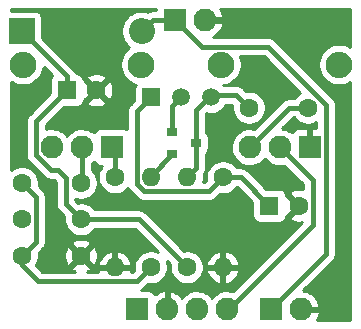
<source format=gtl>
%TF.GenerationSoftware,KiCad,Pcbnew,(5.99.0-2514-g93e326803)*%
%TF.CreationDate,2020-08-01T18:07:19+03:00*%
%TF.ProjectId,los-fuelles,6c6f732d-6675-4656-9c6c-65732e6b6963,rev?*%
%TF.SameCoordinates,Original*%
%TF.FileFunction,Copper,L1,Top*%
%TF.FilePolarity,Positive*%
%FSLAX46Y46*%
G04 Gerber Fmt 4.6, Leading zero omitted, Abs format (unit mm)*
G04 Created by KiCad (PCBNEW (5.99.0-2514-g93e326803)) date 2020-08-01 18:07:19*
%MOMM*%
%LPD*%
G01*
G04 APERTURE LIST*
%TA.AperFunction,ComponentPad*%
%ADD10O,1.930400X1.930400*%
%TD*%
%TA.AperFunction,ComponentPad*%
%ADD11R,1.930400X1.930400*%
%TD*%
%TA.AperFunction,ComponentPad*%
%ADD12R,1.500000X1.500000*%
%TD*%
%TA.AperFunction,ComponentPad*%
%ADD13C,1.500000*%
%TD*%
%TA.AperFunction,ComponentPad*%
%ADD14C,1.600000*%
%TD*%
%TA.AperFunction,ComponentPad*%
%ADD15O,1.600000X1.600000*%
%TD*%
%TA.AperFunction,ComponentPad*%
%ADD16O,2.250000X2.250000*%
%TD*%
%TA.AperFunction,ComponentPad*%
%ADD17R,2.200000X2.200000*%
%TD*%
%TA.AperFunction,ComponentPad*%
%ADD18O,2.200000X2.200000*%
%TD*%
%TA.AperFunction,ComponentPad*%
%ADD19R,1.600000X1.600000*%
%TD*%
%TA.AperFunction,SMDPad,CuDef*%
%ADD20R,0.900000X0.800000*%
%TD*%
%TA.AperFunction,Conductor*%
%ADD21C,0.381000*%
%TD*%
%TA.AperFunction,Conductor*%
%ADD22C,0.254000*%
%TD*%
G04 APERTURE END LIST*
D10*
%TO.P,J3,4,Pin_4*%
%TO.N,OUT*%
X138531600Y-115062000D03*
%TO.P,J3,3,Pin_3*%
%TO.N,Net-(J3-Pad3)*%
X135991600Y-115062000D03*
%TO.P,J3,2,Pin_2*%
%TO.N,GND*%
X133451600Y-115062000D03*
D11*
%TO.P,J3,1,Pin_1*%
%TO.N,IN*%
X130911600Y-115062000D03*
%TD*%
D12*
%TO.P,Q2,1,E*%
%TO.N,Net-(C3-Pad1)*%
X132080000Y-97129600D03*
D13*
%TO.P,Q2,3,C*%
%TO.N,Net-(C4-Pad1)*%
X137160000Y-97129600D03*
%TO.P,Q2,2,B*%
%TO.N,Net-(Q1-Pad1)*%
X134620000Y-97129600D03*
%TD*%
D10*
%TO.P,J2,2*%
%TO.N,GND*%
X136652000Y-90576400D03*
D11*
%TO.P,J2,1*%
%TO.N,Net-(D1-Pad2)*%
X134112000Y-90576400D03*
%TD*%
D10*
%TO.P,J1,2*%
%TO.N,GND*%
X144780000Y-115062000D03*
D11*
%TO.P,J1,1*%
%TO.N,Net-(D1-Pad2)*%
X142240000Y-115062000D03*
%TD*%
D14*
%TO.P,C6,1*%
%TO.N,GND*%
X121158000Y-107442000D03*
%TO.P,C6,2*%
%TO.N,+9V*%
X126158000Y-107442000D03*
%TD*%
%TO.P,R3,1*%
%TO.N,+9V*%
X135128000Y-111506000D03*
D15*
%TO.P,R3,2*%
%TO.N,Net-(C4-Pad1)*%
X135128000Y-103886000D03*
%TD*%
D16*
%TO.P,RV1,*%
%TO.N,*%
X131238000Y-94346000D03*
X121238000Y-94346000D03*
D11*
%TO.P,RV1,1,1*%
%TO.N,Net-(R1-Pad1)*%
X128778000Y-101346000D03*
D10*
%TO.P,RV1,2,2*%
%TO.N,Net-(C1-Pad1)*%
X126238000Y-101346000D03*
%TO.P,RV1,3,3*%
%TO.N,IN*%
X123698000Y-101346000D03*
%TD*%
D14*
%TO.P,R2,1*%
%TO.N,Net-(C1-Pad2)*%
X132080000Y-111506000D03*
D15*
%TO.P,R2,2*%
%TO.N,Net-(Q1-Pad2)*%
X132080000Y-103886000D03*
%TD*%
D14*
%TO.P,C4,1*%
%TO.N,Net-(C4-Pad1)*%
X140385800Y-97993200D03*
%TO.P,C4,2*%
%TO.N,Net-(C4-Pad2)*%
X145385800Y-97993200D03*
%TD*%
%TO.P,C2,1*%
%TO.N,Net-(C1-Pad2)*%
X121158000Y-110540800D03*
%TO.P,C2,2*%
%TO.N,GND*%
X126158000Y-110540800D03*
%TD*%
%TO.P,R1,1*%
%TO.N,Net-(R1-Pad1)*%
X129032000Y-103886000D03*
D15*
%TO.P,R1,2*%
%TO.N,GND*%
X129032000Y-111506000D03*
%TD*%
D14*
%TO.P,C1,1*%
%TO.N,Net-(C1-Pad1)*%
X126161800Y-104368600D03*
%TO.P,C1,2*%
%TO.N,Net-(C1-Pad2)*%
X121161800Y-104368600D03*
%TD*%
D17*
%TO.P,D1,1,K*%
%TO.N,+9V*%
X121132600Y-91516200D03*
D18*
%TO.P,D1,2,A*%
%TO.N,Net-(D1-Pad2)*%
X131292600Y-91516200D03*
%TD*%
D19*
%TO.P,C3,1*%
%TO.N,Net-(C3-Pad1)*%
X142113000Y-106299000D03*
D14*
%TO.P,C3,2*%
%TO.N,GND*%
X144613000Y-106299000D03*
%TD*%
D19*
%TO.P,C5,1*%
%TO.N,+9V*%
X124968000Y-96520000D03*
D14*
%TO.P,C5,2*%
%TO.N,GND*%
X127468000Y-96520000D03*
%TD*%
%TO.P,R4,1*%
%TO.N,Net-(C3-Pad1)*%
X138176000Y-103886000D03*
D15*
%TO.P,R4,2*%
%TO.N,GND*%
X138176000Y-111506000D03*
%TD*%
D20*
%TO.P,Q1,1,D*%
%TO.N,Net-(Q1-Pad1)*%
X133874000Y-100040400D03*
%TO.P,Q1,2,S*%
%TO.N,Net-(Q1-Pad2)*%
X133874000Y-101940400D03*
%TO.P,Q1,3,G*%
%TO.N,Net-(C4-Pad1)*%
X135874000Y-100990400D03*
%TD*%
D16*
%TO.P,RV2,*%
%TO.N,*%
X138002000Y-94346000D03*
X148002000Y-94346000D03*
D11*
%TO.P,RV2,1,1*%
%TO.N,GND*%
X145542000Y-101346000D03*
D10*
%TO.P,RV2,2,2*%
%TO.N,OUT*%
X143002000Y-101346000D03*
%TO.P,RV2,3,3*%
%TO.N,Net-(C4-Pad2)*%
X140462000Y-101346000D03*
%TD*%
D21*
%TO.N,Net-(D1-Pad2)*%
X134112000Y-90576400D02*
X132232400Y-90576400D01*
X132232400Y-90576400D02*
X131292600Y-91516200D01*
%TO.N,+9V*%
X124866400Y-103936800D02*
X124206000Y-103276400D01*
X126158000Y-107442000D02*
X124866400Y-106150400D01*
X124206000Y-103276400D02*
X123621962Y-103276400D01*
X124866400Y-106150400D02*
X124866400Y-103936800D01*
X123621962Y-103276400D02*
X122342299Y-101996737D01*
X122342299Y-101996737D02*
X122342299Y-99145701D01*
X122342299Y-99145701D02*
X124968000Y-96520000D01*
X135128000Y-111506000D02*
X131064000Y-107442000D01*
X131064000Y-107442000D02*
X126158000Y-107442000D01*
%TO.N,Net-(C1-Pad2)*%
X130889499Y-112696501D02*
X122551701Y-112696501D01*
X132080000Y-111506000D02*
X130889499Y-112696501D01*
X122551701Y-112696501D02*
X121158000Y-111302800D01*
X121158000Y-111302800D02*
X121158000Y-110540800D01*
X121158000Y-110540800D02*
X122348501Y-109350299D01*
X122348501Y-109350299D02*
X122348501Y-105555301D01*
X122348501Y-105555301D02*
X121161800Y-104368600D01*
%TO.N,+9V*%
X121132600Y-91516200D02*
X124968000Y-95351600D01*
X124968000Y-95351600D02*
X124968000Y-96520000D01*
%TO.N,Net-(Q1-Pad1)*%
X133899400Y-100040400D02*
X133899400Y-98256600D01*
X134620000Y-97129600D02*
X133899400Y-97850200D01*
X133899400Y-97850200D02*
X133899400Y-98256600D01*
%TO.N,Net-(C3-Pad1)*%
X130889499Y-104457441D02*
X130889499Y-98529899D01*
X130889499Y-98320101D02*
X130889499Y-98529899D01*
X132080000Y-97129600D02*
X130889499Y-98320101D01*
%TO.N,Net-(D1-Pad2)*%
X134112000Y-90576400D02*
X136366099Y-92830499D01*
X136366099Y-92830499D02*
X141985041Y-92830499D01*
X141985041Y-92830499D02*
X146897701Y-97743159D01*
X146897701Y-97743159D02*
X146897701Y-110404299D01*
X146897701Y-110404299D02*
X142240000Y-115062000D01*
%TO.N,Net-(C4-Pad1)*%
X135899400Y-100990400D02*
X135899400Y-98161600D01*
X135899400Y-98161600D02*
X137134600Y-96926400D01*
X135899400Y-100990400D02*
X135899400Y-103114600D01*
X135899400Y-103114600D02*
X135128000Y-103886000D01*
X137134600Y-96926400D02*
X139319000Y-96926400D01*
X139319000Y-96926400D02*
X140385800Y-97993200D01*
%TO.N,Net-(Q1-Pad2)*%
X132080000Y-103886000D02*
X132080000Y-103759800D01*
X132080000Y-103759800D02*
X133899400Y-101940400D01*
%TO.N,Net-(C3-Pad1)*%
X138176000Y-103886000D02*
X136985499Y-105076501D01*
X136985499Y-105076501D02*
X131508559Y-105076501D01*
X131508559Y-105076501D02*
X130889499Y-104457441D01*
%TO.N,OUT*%
X138684000Y-115062000D02*
X145803501Y-107942499D01*
X145803501Y-107942499D02*
X145803501Y-104147501D01*
X145803501Y-104147501D02*
X143002000Y-101346000D01*
%TO.N,Net-(C3-Pad1)*%
X138176000Y-103886000D02*
X139700000Y-103886000D01*
X139700000Y-103886000D02*
X142113000Y-106299000D01*
%TO.N,Net-(C4-Pad2)*%
X140462000Y-101346000D02*
X143814800Y-97993200D01*
X143814800Y-97993200D02*
X145385800Y-97993200D01*
%TO.N,Net-(C1-Pad1)*%
X126238000Y-101346000D02*
X126238000Y-104292400D01*
X126238000Y-104292400D02*
X126161800Y-104368600D01*
%TO.N,Net-(R1-Pad1)*%
X129032000Y-103886000D02*
X129032000Y-101600000D01*
X129032000Y-101600000D02*
X128778000Y-101346000D01*
%TD*%
%TO.N,GND*%
D22*
X148966776Y-92872708D02*
X148927934Y-92844488D01*
X148919492Y-92839315D01*
X148681646Y-92718126D01*
X148672499Y-92714337D01*
X148418623Y-92631847D01*
X148408995Y-92629536D01*
X148145341Y-92587778D01*
X148135470Y-92587001D01*
X147868530Y-92587001D01*
X147858659Y-92587778D01*
X147595005Y-92629536D01*
X147585377Y-92631847D01*
X147331501Y-92714337D01*
X147322354Y-92718126D01*
X147084508Y-92839315D01*
X147076066Y-92844488D01*
X146860106Y-93001392D01*
X146852577Y-93007822D01*
X146663822Y-93196577D01*
X146657392Y-93204106D01*
X146500488Y-93420066D01*
X146495315Y-93428508D01*
X146374126Y-93666354D01*
X146370337Y-93675501D01*
X146287847Y-93929377D01*
X146285536Y-93939005D01*
X146243778Y-94202659D01*
X146243001Y-94212530D01*
X146243001Y-94479470D01*
X146243778Y-94489341D01*
X146285536Y-94752995D01*
X146287847Y-94762623D01*
X146370337Y-95016499D01*
X146374126Y-95025646D01*
X146495315Y-95263492D01*
X146500488Y-95271934D01*
X146657392Y-95487894D01*
X146663822Y-95495423D01*
X146852577Y-95684178D01*
X146860106Y-95690608D01*
X147076066Y-95847512D01*
X147084508Y-95852685D01*
X147322354Y-95973874D01*
X147331501Y-95977663D01*
X147585377Y-96060153D01*
X147595005Y-96062464D01*
X147858659Y-96104222D01*
X147868530Y-96104999D01*
X148135470Y-96104999D01*
X148145341Y-96104222D01*
X148408995Y-96062464D01*
X148418623Y-96060153D01*
X148672499Y-95977663D01*
X148681646Y-95973874D01*
X148919492Y-95852685D01*
X148927934Y-95847512D01*
X148966776Y-95819292D01*
X148966776Y-115946776D01*
X146114143Y-115946776D01*
X146215895Y-115777431D01*
X146220477Y-115768161D01*
X146313463Y-115533306D01*
X146316470Y-115523411D01*
X146368285Y-115283753D01*
X146292636Y-115190000D01*
X144652000Y-115190000D01*
X144652000Y-114934000D01*
X146289634Y-114934000D01*
X146365119Y-114844991D01*
X146337174Y-114676196D01*
X146334655Y-114666166D01*
X146253253Y-114427050D01*
X146249130Y-114417566D01*
X146129767Y-114194955D01*
X146124149Y-114186271D01*
X145970031Y-113986146D01*
X145963072Y-113978497D01*
X145778337Y-113806229D01*
X145770221Y-113799819D01*
X145559832Y-113660036D01*
X145550778Y-113655038D01*
X145320383Y-113551495D01*
X145310634Y-113548043D01*
X145066423Y-113483519D01*
X145056242Y-113481706D01*
X144992351Y-113475667D01*
X147415393Y-111052625D01*
X147429895Y-111043475D01*
X147443567Y-111031839D01*
X147499414Y-110968604D01*
X147519340Y-110948679D01*
X147525213Y-110941904D01*
X147537650Y-110925310D01*
X147587898Y-110868415D01*
X147597755Y-110853409D01*
X147608183Y-110831199D01*
X147622896Y-110811566D01*
X147631517Y-110795819D01*
X147658155Y-110724760D01*
X147690500Y-110655868D01*
X147695809Y-110638314D01*
X147699287Y-110615042D01*
X147708053Y-110591657D01*
X147711908Y-110574123D01*
X147718343Y-110487530D01*
X147721508Y-110466357D01*
X147722201Y-110457031D01*
X147722201Y-110435627D01*
X147728067Y-110356688D01*
X147726846Y-110338776D01*
X147722201Y-110317017D01*
X147722201Y-97835525D01*
X147725984Y-97818806D01*
X147727424Y-97800910D01*
X147722201Y-97716729D01*
X147722201Y-97688527D01*
X147721564Y-97679583D01*
X147718621Y-97659040D01*
X147713922Y-97583294D01*
X147710282Y-97565714D01*
X147701951Y-97542636D01*
X147698473Y-97518350D01*
X147693434Y-97501119D01*
X147662017Y-97432020D01*
X147636180Y-97360450D01*
X147627521Y-97344285D01*
X147613528Y-97325374D01*
X147603188Y-97302634D01*
X147593516Y-97287510D01*
X147536834Y-97221727D01*
X147524101Y-97204520D01*
X147517997Y-97197436D01*
X147502867Y-97182307D01*
X147451192Y-97122335D01*
X147437663Y-97110533D01*
X147418989Y-97098429D01*
X142633369Y-92312810D01*
X142624217Y-92298305D01*
X142612581Y-92284633D01*
X142549337Y-92228778D01*
X142529420Y-92208860D01*
X142522646Y-92202987D01*
X142506059Y-92190556D01*
X142449156Y-92140301D01*
X142434150Y-92130444D01*
X142411935Y-92120014D01*
X142392309Y-92105305D01*
X142376561Y-92096683D01*
X142305497Y-92070042D01*
X142236609Y-92037700D01*
X142219054Y-92032391D01*
X142195785Y-92028914D01*
X142172400Y-92020147D01*
X142154865Y-92016292D01*
X142068269Y-92009856D01*
X142047098Y-92006692D01*
X142037773Y-92005999D01*
X142016369Y-92005999D01*
X141937431Y-92000133D01*
X141919519Y-92001354D01*
X141897760Y-92005999D01*
X137377152Y-92005999D01*
X137579382Y-91885446D01*
X137587801Y-91879441D01*
X137780730Y-91716403D01*
X137788055Y-91709103D01*
X137951766Y-91516744D01*
X137957801Y-91508346D01*
X138087895Y-91291831D01*
X138092477Y-91282561D01*
X138185463Y-91047706D01*
X138188470Y-91037811D01*
X138240285Y-90798153D01*
X138164636Y-90704400D01*
X136524000Y-90704400D01*
X136524000Y-90448400D01*
X138161634Y-90448400D01*
X138237119Y-90359391D01*
X138209174Y-90190596D01*
X138206655Y-90180566D01*
X138125253Y-89941450D01*
X138121130Y-89931966D01*
X138001767Y-89709355D01*
X137996149Y-89700671D01*
X137969621Y-89666224D01*
X148966776Y-89666224D01*
X148966776Y-92872708D01*
%TA.AperFunction,Conductor*%
G36*
X148966776Y-92872708D02*
G01*
X148927934Y-92844488D01*
X148919492Y-92839315D01*
X148681646Y-92718126D01*
X148672499Y-92714337D01*
X148418623Y-92631847D01*
X148408995Y-92629536D01*
X148145341Y-92587778D01*
X148135470Y-92587001D01*
X147868530Y-92587001D01*
X147858659Y-92587778D01*
X147595005Y-92629536D01*
X147585377Y-92631847D01*
X147331501Y-92714337D01*
X147322354Y-92718126D01*
X147084508Y-92839315D01*
X147076066Y-92844488D01*
X146860106Y-93001392D01*
X146852577Y-93007822D01*
X146663822Y-93196577D01*
X146657392Y-93204106D01*
X146500488Y-93420066D01*
X146495315Y-93428508D01*
X146374126Y-93666354D01*
X146370337Y-93675501D01*
X146287847Y-93929377D01*
X146285536Y-93939005D01*
X146243778Y-94202659D01*
X146243001Y-94212530D01*
X146243001Y-94479470D01*
X146243778Y-94489341D01*
X146285536Y-94752995D01*
X146287847Y-94762623D01*
X146370337Y-95016499D01*
X146374126Y-95025646D01*
X146495315Y-95263492D01*
X146500488Y-95271934D01*
X146657392Y-95487894D01*
X146663822Y-95495423D01*
X146852577Y-95684178D01*
X146860106Y-95690608D01*
X147076066Y-95847512D01*
X147084508Y-95852685D01*
X147322354Y-95973874D01*
X147331501Y-95977663D01*
X147585377Y-96060153D01*
X147595005Y-96062464D01*
X147858659Y-96104222D01*
X147868530Y-96104999D01*
X148135470Y-96104999D01*
X148145341Y-96104222D01*
X148408995Y-96062464D01*
X148418623Y-96060153D01*
X148672499Y-95977663D01*
X148681646Y-95973874D01*
X148919492Y-95852685D01*
X148927934Y-95847512D01*
X148966776Y-95819292D01*
X148966776Y-115946776D01*
X146114143Y-115946776D01*
X146215895Y-115777431D01*
X146220477Y-115768161D01*
X146313463Y-115533306D01*
X146316470Y-115523411D01*
X146368285Y-115283753D01*
X146292636Y-115190000D01*
X144652000Y-115190000D01*
X144652000Y-114934000D01*
X146289634Y-114934000D01*
X146365119Y-114844991D01*
X146337174Y-114676196D01*
X146334655Y-114666166D01*
X146253253Y-114427050D01*
X146249130Y-114417566D01*
X146129767Y-114194955D01*
X146124149Y-114186271D01*
X145970031Y-113986146D01*
X145963072Y-113978497D01*
X145778337Y-113806229D01*
X145770221Y-113799819D01*
X145559832Y-113660036D01*
X145550778Y-113655038D01*
X145320383Y-113551495D01*
X145310634Y-113548043D01*
X145066423Y-113483519D01*
X145056242Y-113481706D01*
X144992351Y-113475667D01*
X147415393Y-111052625D01*
X147429895Y-111043475D01*
X147443567Y-111031839D01*
X147499414Y-110968604D01*
X147519340Y-110948679D01*
X147525213Y-110941904D01*
X147537650Y-110925310D01*
X147587898Y-110868415D01*
X147597755Y-110853409D01*
X147608183Y-110831199D01*
X147622896Y-110811566D01*
X147631517Y-110795819D01*
X147658155Y-110724760D01*
X147690500Y-110655868D01*
X147695809Y-110638314D01*
X147699287Y-110615042D01*
X147708053Y-110591657D01*
X147711908Y-110574123D01*
X147718343Y-110487530D01*
X147721508Y-110466357D01*
X147722201Y-110457031D01*
X147722201Y-110435627D01*
X147728067Y-110356688D01*
X147726846Y-110338776D01*
X147722201Y-110317017D01*
X147722201Y-97835525D01*
X147725984Y-97818806D01*
X147727424Y-97800910D01*
X147722201Y-97716729D01*
X147722201Y-97688527D01*
X147721564Y-97679583D01*
X147718621Y-97659040D01*
X147713922Y-97583294D01*
X147710282Y-97565714D01*
X147701951Y-97542636D01*
X147698473Y-97518350D01*
X147693434Y-97501119D01*
X147662017Y-97432020D01*
X147636180Y-97360450D01*
X147627521Y-97344285D01*
X147613528Y-97325374D01*
X147603188Y-97302634D01*
X147593516Y-97287510D01*
X147536834Y-97221727D01*
X147524101Y-97204520D01*
X147517997Y-97197436D01*
X147502867Y-97182307D01*
X147451192Y-97122335D01*
X147437663Y-97110533D01*
X147418989Y-97098429D01*
X142633369Y-92312810D01*
X142624217Y-92298305D01*
X142612581Y-92284633D01*
X142549337Y-92228778D01*
X142529420Y-92208860D01*
X142522646Y-92202987D01*
X142506059Y-92190556D01*
X142449156Y-92140301D01*
X142434150Y-92130444D01*
X142411935Y-92120014D01*
X142392309Y-92105305D01*
X142376561Y-92096683D01*
X142305497Y-92070042D01*
X142236609Y-92037700D01*
X142219054Y-92032391D01*
X142195785Y-92028914D01*
X142172400Y-92020147D01*
X142154865Y-92016292D01*
X142068269Y-92009856D01*
X142047098Y-92006692D01*
X142037773Y-92005999D01*
X142016369Y-92005999D01*
X141937431Y-92000133D01*
X141919519Y-92001354D01*
X141897760Y-92005999D01*
X137377152Y-92005999D01*
X137579382Y-91885446D01*
X137587801Y-91879441D01*
X137780730Y-91716403D01*
X137788055Y-91709103D01*
X137951766Y-91516744D01*
X137957801Y-91508346D01*
X138087895Y-91291831D01*
X138092477Y-91282561D01*
X138185463Y-91047706D01*
X138188470Y-91037811D01*
X138240285Y-90798153D01*
X138164636Y-90704400D01*
X136524000Y-90704400D01*
X136524000Y-90448400D01*
X138161634Y-90448400D01*
X138237119Y-90359391D01*
X138209174Y-90190596D01*
X138206655Y-90180566D01*
X138125253Y-89941450D01*
X138121130Y-89931966D01*
X138001767Y-89709355D01*
X137996149Y-89700671D01*
X137969621Y-89666224D01*
X148966776Y-89666224D01*
X148966776Y-92872708D01*
G37*
%TD.AperFunction*%
X144713840Y-96725316D02*
X144564932Y-96811288D01*
X144555919Y-96817599D01*
X144372166Y-96971787D01*
X144364387Y-96979566D01*
X144210199Y-97163319D01*
X144206431Y-97168700D01*
X143907165Y-97168700D01*
X143890446Y-97164917D01*
X143872551Y-97163477D01*
X143788370Y-97168700D01*
X143760168Y-97168700D01*
X143751224Y-97169337D01*
X143730681Y-97172280D01*
X143654935Y-97176979D01*
X143637355Y-97180619D01*
X143614277Y-97188950D01*
X143589991Y-97192428D01*
X143572760Y-97197467D01*
X143503661Y-97228884D01*
X143432091Y-97254721D01*
X143415926Y-97263380D01*
X143397016Y-97277372D01*
X143374275Y-97287712D01*
X143359151Y-97297385D01*
X143293358Y-97354076D01*
X143276160Y-97366801D01*
X143269077Y-97372905D01*
X143253954Y-97388028D01*
X143193976Y-97439708D01*
X143182174Y-97453237D01*
X143170068Y-97471914D01*
X140848122Y-99793861D01*
X140748423Y-99767519D01*
X140738242Y-99765706D01*
X140486770Y-99741935D01*
X140476429Y-99741808D01*
X140224451Y-99759429D01*
X140214229Y-99760993D01*
X139968513Y-99819531D01*
X139958683Y-99822743D01*
X139725827Y-99920627D01*
X139716654Y-99925402D01*
X139502912Y-100060003D01*
X139494642Y-100066212D01*
X139305754Y-100233914D01*
X139298609Y-100241391D01*
X139139647Y-100437693D01*
X139133820Y-100446236D01*
X139009054Y-100665864D01*
X139004699Y-100675244D01*
X138917479Y-100912300D01*
X138914716Y-100922266D01*
X138867385Y-101170384D01*
X138866286Y-101180667D01*
X138860114Y-101433185D01*
X138860710Y-101443509D01*
X138895864Y-101693643D01*
X138898137Y-101703732D01*
X138973673Y-101944766D01*
X138977564Y-101954348D01*
X139091452Y-102179808D01*
X139096855Y-102188626D01*
X139246038Y-102392458D01*
X139252809Y-102400275D01*
X139433280Y-102577004D01*
X139441237Y-102583610D01*
X139648148Y-102728492D01*
X139657077Y-102733710D01*
X139884873Y-102842851D01*
X139894535Y-102846540D01*
X140137098Y-102917012D01*
X140147232Y-102919073D01*
X140398048Y-102948981D01*
X140408382Y-102949360D01*
X140660714Y-102937902D01*
X140670972Y-102936588D01*
X140918045Y-102884070D01*
X140927950Y-102881099D01*
X141163128Y-102788933D01*
X141172415Y-102784384D01*
X141389382Y-102655046D01*
X141397801Y-102649041D01*
X141590730Y-102486003D01*
X141598055Y-102478703D01*
X141733060Y-102320073D01*
X141786038Y-102392458D01*
X141792809Y-102400275D01*
X141973280Y-102577004D01*
X141981237Y-102583610D01*
X142188148Y-102728492D01*
X142197077Y-102733710D01*
X142424873Y-102842851D01*
X142434535Y-102846540D01*
X142677098Y-102917012D01*
X142687232Y-102919073D01*
X142938048Y-102948981D01*
X142948382Y-102949360D01*
X143200714Y-102937902D01*
X143210972Y-102936588D01*
X143388777Y-102898794D01*
X144979002Y-104489020D01*
X144979002Y-104907415D01*
X144743897Y-104865959D01*
X144732936Y-104865000D01*
X144493064Y-104865000D01*
X144482103Y-104865959D01*
X144245874Y-104907613D01*
X144235247Y-104910460D01*
X144009840Y-104992502D01*
X143999868Y-104997152D01*
X143766397Y-105131947D01*
X143750177Y-105255156D01*
X144794020Y-106299000D01*
X144523905Y-106569115D01*
X143750177Y-107342844D01*
X143766397Y-107466053D01*
X143999868Y-107600848D01*
X144009840Y-107605498D01*
X144235247Y-107687540D01*
X144245874Y-107690387D01*
X144482103Y-107732041D01*
X144493064Y-107733000D01*
X144732936Y-107733000D01*
X144743897Y-107732041D01*
X144870214Y-107709768D01*
X139038271Y-113541712D01*
X138818023Y-113483519D01*
X138807842Y-113481706D01*
X138556370Y-113457935D01*
X138546029Y-113457808D01*
X138294051Y-113475429D01*
X138283829Y-113476993D01*
X138038113Y-113535531D01*
X138028283Y-113538743D01*
X137795427Y-113636627D01*
X137786254Y-113641402D01*
X137572512Y-113776003D01*
X137564242Y-113782212D01*
X137375354Y-113949914D01*
X137368209Y-113957391D01*
X137261227Y-114089503D01*
X137181631Y-113986146D01*
X137174672Y-113978497D01*
X136989937Y-113806229D01*
X136981821Y-113799819D01*
X136771432Y-113660036D01*
X136762378Y-113655038D01*
X136531983Y-113551495D01*
X136522234Y-113548043D01*
X136278023Y-113483519D01*
X136267842Y-113481706D01*
X136016370Y-113457935D01*
X136006029Y-113457808D01*
X135754051Y-113475429D01*
X135743829Y-113476993D01*
X135498113Y-113535531D01*
X135488283Y-113538743D01*
X135255427Y-113636627D01*
X135246254Y-113641402D01*
X135032512Y-113776003D01*
X135024242Y-113782212D01*
X134835354Y-113949914D01*
X134828209Y-113957391D01*
X134721227Y-114089503D01*
X134641631Y-113986146D01*
X134634672Y-113978497D01*
X134449937Y-113806229D01*
X134441821Y-113799819D01*
X134231432Y-113660036D01*
X134222378Y-113655038D01*
X133991983Y-113551495D01*
X133982234Y-113548043D01*
X133738023Y-113483519D01*
X133727842Y-113481706D01*
X133662002Y-113475482D01*
X133579600Y-113550461D01*
X133579600Y-115190000D01*
X133323600Y-115190000D01*
X133323600Y-113546957D01*
X133227784Y-113471286D01*
X132958113Y-113535531D01*
X132948283Y-113538743D01*
X132715427Y-113636627D01*
X132706254Y-113641402D01*
X132492512Y-113776003D01*
X132484242Y-113782212D01*
X132447523Y-113814812D01*
X132441663Y-113792942D01*
X132428920Y-113768462D01*
X132297810Y-113612210D01*
X132280921Y-113598039D01*
X132106680Y-113497441D01*
X132085963Y-113489900D01*
X131893262Y-113455922D01*
X131882301Y-113454963D01*
X131216854Y-113454963D01*
X131272206Y-113434980D01*
X131288372Y-113426321D01*
X131307282Y-113412329D01*
X131330023Y-113401989D01*
X131345148Y-113392317D01*
X131410949Y-113335618D01*
X131428137Y-113322900D01*
X131435221Y-113316796D01*
X131450338Y-113301679D01*
X131510323Y-113249993D01*
X131522125Y-113236464D01*
X131534231Y-113217787D01*
X131833382Y-112918637D01*
X131949103Y-112939041D01*
X131960064Y-112940000D01*
X132199936Y-112940000D01*
X132210897Y-112939041D01*
X132447126Y-112897387D01*
X132457753Y-112894540D01*
X132683160Y-112812498D01*
X132693132Y-112807848D01*
X132900868Y-112687912D01*
X132909881Y-112681601D01*
X133093634Y-112527413D01*
X133101413Y-112519634D01*
X133255601Y-112335881D01*
X133261912Y-112326868D01*
X133381848Y-112119132D01*
X133386498Y-112109160D01*
X133468540Y-111883753D01*
X133471387Y-111873126D01*
X133513041Y-111636897D01*
X133514000Y-111625936D01*
X133514000Y-111386064D01*
X133513041Y-111375103D01*
X133471387Y-111138874D01*
X133468540Y-111128247D01*
X133402336Y-110946354D01*
X133715363Y-111259381D01*
X133694959Y-111375103D01*
X133694000Y-111386064D01*
X133694000Y-111625936D01*
X133694959Y-111636897D01*
X133736613Y-111873126D01*
X133739460Y-111883753D01*
X133821502Y-112109160D01*
X133826152Y-112119132D01*
X133946088Y-112326868D01*
X133952399Y-112335881D01*
X134106587Y-112519634D01*
X134114366Y-112527413D01*
X134298119Y-112681601D01*
X134307132Y-112687912D01*
X134514868Y-112807848D01*
X134524840Y-112812498D01*
X134750247Y-112894540D01*
X134760874Y-112897387D01*
X134997103Y-112939041D01*
X135008064Y-112940000D01*
X135247936Y-112940000D01*
X135258897Y-112939041D01*
X135495126Y-112897387D01*
X135505753Y-112894540D01*
X135731160Y-112812498D01*
X135741132Y-112807848D01*
X135948868Y-112687912D01*
X135957881Y-112681601D01*
X136141634Y-112527413D01*
X136149413Y-112519634D01*
X136303601Y-112335881D01*
X136309912Y-112326868D01*
X136429848Y-112119132D01*
X136434498Y-112109160D01*
X136516540Y-111883753D01*
X136519387Y-111873126D01*
X136545679Y-111724017D01*
X136758321Y-111724017D01*
X136784613Y-111873125D01*
X136787460Y-111883753D01*
X136869502Y-112109160D01*
X136874152Y-112119132D01*
X136994088Y-112326868D01*
X137000399Y-112335881D01*
X137154587Y-112519634D01*
X137162366Y-112527413D01*
X137346119Y-112681601D01*
X137355132Y-112687912D01*
X137562868Y-112807848D01*
X137572840Y-112812498D01*
X137798247Y-112894540D01*
X137808874Y-112897387D01*
X137957982Y-112923680D01*
X138048000Y-112848146D01*
X138303999Y-112848146D01*
X138394017Y-112923679D01*
X138543125Y-112897387D01*
X138553753Y-112894540D01*
X138779160Y-112812498D01*
X138789132Y-112807848D01*
X138996868Y-112687912D01*
X139005881Y-112681601D01*
X139189634Y-112527413D01*
X139197413Y-112519634D01*
X139351601Y-112335881D01*
X139357912Y-112326868D01*
X139477848Y-112119132D01*
X139482498Y-112109160D01*
X139564540Y-111883753D01*
X139567387Y-111873126D01*
X139593680Y-111724018D01*
X139518146Y-111634000D01*
X138377809Y-111633999D01*
X138304000Y-111707808D01*
X138303999Y-112848146D01*
X138048000Y-112848146D01*
X138048001Y-111707809D01*
X137974192Y-111634000D01*
X136833854Y-111633999D01*
X136758321Y-111724017D01*
X136545679Y-111724017D01*
X136561041Y-111636897D01*
X136562000Y-111625936D01*
X136562000Y-111386064D01*
X136561041Y-111375103D01*
X136545680Y-111287982D01*
X136758320Y-111287982D01*
X136833854Y-111378000D01*
X137974191Y-111378001D01*
X138048000Y-111304192D01*
X138048000Y-111304191D01*
X138303999Y-111304191D01*
X138377808Y-111378000D01*
X139518146Y-111378001D01*
X139593679Y-111287983D01*
X139567387Y-111138875D01*
X139564540Y-111128247D01*
X139482498Y-110902840D01*
X139477848Y-110892868D01*
X139357912Y-110685132D01*
X139351601Y-110676119D01*
X139197413Y-110492366D01*
X139189634Y-110484587D01*
X139005881Y-110330399D01*
X138996868Y-110324088D01*
X138789132Y-110204152D01*
X138779160Y-110199502D01*
X138553753Y-110117460D01*
X138543126Y-110114613D01*
X138394018Y-110088320D01*
X138304000Y-110163854D01*
X138303999Y-111304191D01*
X138048000Y-111304191D01*
X138048001Y-110163854D01*
X137957983Y-110088321D01*
X137808875Y-110114613D01*
X137798247Y-110117460D01*
X137572840Y-110199502D01*
X137562868Y-110204152D01*
X137355132Y-110324088D01*
X137346119Y-110330399D01*
X137162366Y-110484587D01*
X137154587Y-110492366D01*
X137000399Y-110676119D01*
X136994088Y-110685132D01*
X136874152Y-110892868D01*
X136869502Y-110902840D01*
X136787460Y-111128247D01*
X136784613Y-111138874D01*
X136758320Y-111287982D01*
X136545680Y-111287982D01*
X136519387Y-111138874D01*
X136516540Y-111128247D01*
X136434498Y-110902840D01*
X136429848Y-110892868D01*
X136309912Y-110685132D01*
X136303601Y-110676119D01*
X136149413Y-110492366D01*
X136141634Y-110484587D01*
X135957881Y-110330399D01*
X135948868Y-110324088D01*
X135741132Y-110204152D01*
X135731160Y-110199502D01*
X135505753Y-110117460D01*
X135495126Y-110114613D01*
X135258897Y-110072959D01*
X135247936Y-110072000D01*
X135008064Y-110072000D01*
X134997103Y-110072959D01*
X134881381Y-110093363D01*
X131712328Y-106924311D01*
X131703176Y-106909806D01*
X131691540Y-106896134D01*
X131628296Y-106840279D01*
X131608379Y-106820361D01*
X131601605Y-106814488D01*
X131585018Y-106802057D01*
X131528115Y-106751802D01*
X131513109Y-106741945D01*
X131490894Y-106731515D01*
X131471268Y-106716806D01*
X131455520Y-106708184D01*
X131384456Y-106681543D01*
X131315568Y-106649201D01*
X131298013Y-106643892D01*
X131274744Y-106640415D01*
X131251359Y-106631648D01*
X131233824Y-106627793D01*
X131147228Y-106621357D01*
X131126057Y-106618193D01*
X131116732Y-106617500D01*
X131095328Y-106617500D01*
X131016390Y-106611634D01*
X130998478Y-106612855D01*
X130976719Y-106617500D01*
X127337369Y-106617500D01*
X127333601Y-106612119D01*
X127179413Y-106428366D01*
X127171634Y-106420587D01*
X126987881Y-106266399D01*
X126978868Y-106260088D01*
X126771132Y-106140152D01*
X126761160Y-106135502D01*
X126535753Y-106053460D01*
X126525126Y-106050613D01*
X126288897Y-106008959D01*
X126277936Y-106008000D01*
X126038064Y-106008000D01*
X126027103Y-106008959D01*
X125911382Y-106029363D01*
X125690900Y-105808882D01*
X125690900Y-105723237D01*
X125784047Y-105757140D01*
X125794674Y-105759987D01*
X126030903Y-105801641D01*
X126041864Y-105802600D01*
X126281736Y-105802600D01*
X126292697Y-105801641D01*
X126528926Y-105759987D01*
X126539553Y-105757140D01*
X126764960Y-105675098D01*
X126774932Y-105670448D01*
X126982668Y-105550512D01*
X126991681Y-105544201D01*
X127175434Y-105390013D01*
X127183213Y-105382234D01*
X127337401Y-105198481D01*
X127343712Y-105189468D01*
X127463648Y-104981732D01*
X127468298Y-104971760D01*
X127550340Y-104746353D01*
X127553187Y-104735726D01*
X127594841Y-104499497D01*
X127595800Y-104488536D01*
X127595800Y-104248664D01*
X127594841Y-104237703D01*
X127553187Y-104001474D01*
X127550340Y-103990847D01*
X127468298Y-103765440D01*
X127463648Y-103755468D01*
X127343712Y-103547732D01*
X127337401Y-103538719D01*
X127183213Y-103354966D01*
X127175434Y-103347187D01*
X127062500Y-103252423D01*
X127062500Y-102716376D01*
X127165382Y-102655046D01*
X127173801Y-102649041D01*
X127241674Y-102591684D01*
X127247937Y-102615059D01*
X127260680Y-102639539D01*
X127391790Y-102795790D01*
X127408679Y-102809961D01*
X127582920Y-102910559D01*
X127603637Y-102918100D01*
X127796338Y-102952078D01*
X127807299Y-102953037D01*
X127942896Y-102953037D01*
X127856399Y-103056119D01*
X127850088Y-103065132D01*
X127730152Y-103272868D01*
X127725502Y-103282840D01*
X127643460Y-103508247D01*
X127640613Y-103518874D01*
X127598959Y-103755103D01*
X127598000Y-103766064D01*
X127598000Y-104005936D01*
X127598959Y-104016897D01*
X127640613Y-104253126D01*
X127643460Y-104263753D01*
X127725502Y-104489160D01*
X127730152Y-104499132D01*
X127850088Y-104706868D01*
X127856399Y-104715881D01*
X128010587Y-104899634D01*
X128018366Y-104907413D01*
X128202119Y-105061601D01*
X128211132Y-105067912D01*
X128418868Y-105187848D01*
X128428840Y-105192498D01*
X128654247Y-105274540D01*
X128664874Y-105277387D01*
X128901103Y-105319041D01*
X128912064Y-105320000D01*
X129151936Y-105320000D01*
X129162897Y-105319041D01*
X129399126Y-105277387D01*
X129409753Y-105274540D01*
X129635160Y-105192498D01*
X129645132Y-105187848D01*
X129852868Y-105067912D01*
X129861881Y-105061601D01*
X130045634Y-104907413D01*
X130053413Y-104899634D01*
X130136673Y-104800409D01*
X130151020Y-104840148D01*
X130159679Y-104856313D01*
X130173671Y-104875223D01*
X130184012Y-104897965D01*
X130193683Y-104913089D01*
X130250379Y-104978887D01*
X130263100Y-104996080D01*
X130269204Y-105003163D01*
X130284322Y-105018281D01*
X130336007Y-105078265D01*
X130349536Y-105090067D01*
X130368216Y-105102175D01*
X130860233Y-105594192D01*
X130869382Y-105608693D01*
X130881018Y-105622367D01*
X130944256Y-105678216D01*
X130964179Y-105698140D01*
X130970954Y-105704013D01*
X130987548Y-105716450D01*
X131044443Y-105766698D01*
X131059449Y-105776555D01*
X131081659Y-105786983D01*
X131101292Y-105801696D01*
X131117039Y-105810317D01*
X131188098Y-105836955D01*
X131256990Y-105869300D01*
X131274544Y-105874609D01*
X131297816Y-105878087D01*
X131321201Y-105886853D01*
X131338735Y-105890708D01*
X131425328Y-105897143D01*
X131446501Y-105900308D01*
X131455827Y-105901001D01*
X131477231Y-105901001D01*
X131556169Y-105906867D01*
X131574081Y-105905646D01*
X131595840Y-105901001D01*
X136893134Y-105901001D01*
X136909853Y-105904784D01*
X136927748Y-105906224D01*
X137011933Y-105901001D01*
X137040131Y-105901001D01*
X137049075Y-105900364D01*
X137069611Y-105897422D01*
X137145362Y-105892723D01*
X137162943Y-105889083D01*
X137186022Y-105880751D01*
X137210308Y-105877273D01*
X137227539Y-105872234D01*
X137296643Y-105840815D01*
X137368206Y-105814980D01*
X137384372Y-105806321D01*
X137403282Y-105792329D01*
X137426023Y-105781989D01*
X137441148Y-105772317D01*
X137506949Y-105715618D01*
X137524137Y-105702900D01*
X137531221Y-105696796D01*
X137546338Y-105681679D01*
X137606323Y-105629993D01*
X137618125Y-105616464D01*
X137630231Y-105597787D01*
X137929382Y-105298637D01*
X138045103Y-105319041D01*
X138056064Y-105320000D01*
X138295936Y-105320000D01*
X138306897Y-105319041D01*
X138543126Y-105277387D01*
X138553753Y-105274540D01*
X138779160Y-105192498D01*
X138789132Y-105187848D01*
X138996868Y-105067912D01*
X139005881Y-105061601D01*
X139189634Y-104907413D01*
X139197413Y-104899634D01*
X139351601Y-104715881D01*
X139355369Y-104710500D01*
X139358483Y-104710500D01*
X140671163Y-106023181D01*
X140671163Y-107107258D01*
X140673319Y-107123634D01*
X140748137Y-107402859D01*
X140760880Y-107427339D01*
X140891990Y-107583590D01*
X140908879Y-107597761D01*
X141083120Y-107698359D01*
X141103837Y-107705900D01*
X141296538Y-107739878D01*
X141307499Y-107740837D01*
X142921258Y-107740837D01*
X142937634Y-107738681D01*
X143216859Y-107663863D01*
X143241339Y-107651120D01*
X143397590Y-107520010D01*
X143411761Y-107503121D01*
X143512359Y-107328880D01*
X143519900Y-107308163D01*
X143546235Y-107158806D01*
X143569156Y-107161823D01*
X144379790Y-106351191D01*
X144379790Y-106246809D01*
X143569156Y-105436177D01*
X143543358Y-105439573D01*
X143477863Y-105195142D01*
X143465120Y-105170662D01*
X143334010Y-105014410D01*
X143317121Y-105000239D01*
X143142880Y-104899641D01*
X143122163Y-104892100D01*
X142929462Y-104858122D01*
X142918501Y-104857163D01*
X141837181Y-104857163D01*
X140348328Y-103368311D01*
X140339176Y-103353806D01*
X140327540Y-103340134D01*
X140264296Y-103284279D01*
X140244379Y-103264361D01*
X140237605Y-103258488D01*
X140221018Y-103246057D01*
X140164115Y-103195802D01*
X140149109Y-103185945D01*
X140126894Y-103175515D01*
X140107268Y-103160806D01*
X140091520Y-103152184D01*
X140020456Y-103125543D01*
X139951568Y-103093201D01*
X139934013Y-103087892D01*
X139910744Y-103084415D01*
X139887359Y-103075648D01*
X139869824Y-103071793D01*
X139783228Y-103065357D01*
X139762057Y-103062193D01*
X139752732Y-103061500D01*
X139731328Y-103061500D01*
X139652390Y-103055634D01*
X139634478Y-103056855D01*
X139612719Y-103061500D01*
X139355369Y-103061500D01*
X139351601Y-103056119D01*
X139197413Y-102872366D01*
X139189634Y-102864587D01*
X139005881Y-102710399D01*
X138996868Y-102704088D01*
X138789132Y-102584152D01*
X138779160Y-102579502D01*
X138553753Y-102497460D01*
X138543126Y-102494613D01*
X138306897Y-102452959D01*
X138295936Y-102452000D01*
X138056064Y-102452000D01*
X138045103Y-102452959D01*
X137808874Y-102494613D01*
X137798247Y-102497460D01*
X137572840Y-102579502D01*
X137562868Y-102584152D01*
X137355132Y-102704088D01*
X137346119Y-102710399D01*
X137162366Y-102864587D01*
X137154587Y-102872366D01*
X137000399Y-103056119D01*
X136994088Y-103065132D01*
X136874152Y-103272868D01*
X136869502Y-103282840D01*
X136787460Y-103508247D01*
X136784613Y-103518874D01*
X136742959Y-103755103D01*
X136742000Y-103766064D01*
X136742000Y-104005936D01*
X136742959Y-104016897D01*
X136763363Y-104132618D01*
X136643981Y-104252001D01*
X136519585Y-104252001D01*
X136561041Y-104016897D01*
X136562000Y-104005936D01*
X136562000Y-103766064D01*
X136561041Y-103755103D01*
X136539868Y-103635023D01*
X136589597Y-103578716D01*
X136599454Y-103563710D01*
X136609882Y-103541500D01*
X136624595Y-103521867D01*
X136633216Y-103506120D01*
X136659854Y-103435061D01*
X136692199Y-103366169D01*
X136697508Y-103348615D01*
X136700986Y-103325343D01*
X136709752Y-103301958D01*
X136713607Y-103284424D01*
X136720042Y-103197831D01*
X136723207Y-103176658D01*
X136723900Y-103167332D01*
X136723900Y-103145928D01*
X136729766Y-103066990D01*
X136728545Y-103049078D01*
X136723900Y-103027319D01*
X136723900Y-101882473D01*
X136808590Y-101811410D01*
X136822761Y-101794521D01*
X136923359Y-101620280D01*
X136930900Y-101599563D01*
X136964878Y-101406862D01*
X136965837Y-101395901D01*
X136965837Y-100582142D01*
X136963681Y-100565766D01*
X136888863Y-100286542D01*
X136876120Y-100262062D01*
X136745010Y-100105810D01*
X136728121Y-100091639D01*
X136723900Y-100089202D01*
X136723900Y-98503118D01*
X136769219Y-98457800D01*
X136915648Y-98497035D01*
X136926704Y-98498965D01*
X137161661Y-98518695D01*
X137172884Y-98518636D01*
X137407623Y-98496447D01*
X137418659Y-98494401D01*
X137645757Y-98430993D01*
X137656255Y-98427026D01*
X137868537Y-98324406D01*
X137878167Y-98318642D01*
X138068921Y-98180052D01*
X138077378Y-98172674D01*
X138240575Y-98002494D01*
X138247592Y-97993735D01*
X138378073Y-97797345D01*
X138383429Y-97787482D01*
X138399259Y-97750900D01*
X138972402Y-97750900D01*
X138952759Y-97862303D01*
X138951800Y-97873264D01*
X138951800Y-98113136D01*
X138952759Y-98124097D01*
X138994413Y-98360326D01*
X138997260Y-98370953D01*
X139079302Y-98596360D01*
X139083952Y-98606332D01*
X139203888Y-98814068D01*
X139210199Y-98823081D01*
X139364387Y-99006834D01*
X139372166Y-99014613D01*
X139555919Y-99168801D01*
X139564932Y-99175112D01*
X139772668Y-99295048D01*
X139782640Y-99299698D01*
X140008047Y-99381740D01*
X140018674Y-99384587D01*
X140254903Y-99426241D01*
X140265864Y-99427200D01*
X140505736Y-99427200D01*
X140516697Y-99426241D01*
X140752926Y-99384587D01*
X140763553Y-99381740D01*
X140988960Y-99299698D01*
X140998932Y-99295048D01*
X141206668Y-99175112D01*
X141215681Y-99168801D01*
X141399434Y-99014613D01*
X141407213Y-99006834D01*
X141561401Y-98823081D01*
X141567712Y-98814068D01*
X141687648Y-98606332D01*
X141692298Y-98596360D01*
X141774340Y-98370953D01*
X141777187Y-98360326D01*
X141818841Y-98124097D01*
X141819800Y-98113136D01*
X141819800Y-97873264D01*
X141818841Y-97862303D01*
X141777187Y-97626074D01*
X141774340Y-97615447D01*
X141692298Y-97390040D01*
X141687648Y-97380068D01*
X141567712Y-97172332D01*
X141561401Y-97163319D01*
X141407213Y-96979566D01*
X141399434Y-96971787D01*
X141215681Y-96817599D01*
X141206668Y-96811288D01*
X140998932Y-96691352D01*
X140988960Y-96686702D01*
X140763553Y-96604660D01*
X140752926Y-96601813D01*
X140516697Y-96560159D01*
X140505736Y-96559200D01*
X140265864Y-96559200D01*
X140254903Y-96560159D01*
X140139182Y-96580563D01*
X139967326Y-96408708D01*
X139958176Y-96394206D01*
X139946540Y-96380534D01*
X139883296Y-96324679D01*
X139863379Y-96304761D01*
X139856605Y-96298888D01*
X139840018Y-96286457D01*
X139783115Y-96236202D01*
X139768109Y-96226345D01*
X139745894Y-96215915D01*
X139726268Y-96201206D01*
X139710520Y-96192584D01*
X139639456Y-96165943D01*
X139570568Y-96133601D01*
X139553013Y-96128292D01*
X139529744Y-96124815D01*
X139506359Y-96116048D01*
X139488824Y-96112193D01*
X139402228Y-96105757D01*
X139381057Y-96102593D01*
X139371732Y-96101900D01*
X139350328Y-96101900D01*
X139271390Y-96096034D01*
X139253478Y-96097255D01*
X139231719Y-96101900D01*
X138160002Y-96101900D01*
X138408995Y-96062464D01*
X138418623Y-96060153D01*
X138672499Y-95977663D01*
X138681646Y-95973874D01*
X138919492Y-95852685D01*
X138927934Y-95847512D01*
X139143894Y-95690608D01*
X139151423Y-95684178D01*
X139340178Y-95495423D01*
X139346608Y-95487894D01*
X139503512Y-95271934D01*
X139508685Y-95263492D01*
X139629874Y-95025646D01*
X139633663Y-95016499D01*
X139716153Y-94762623D01*
X139718464Y-94752995D01*
X139760222Y-94489341D01*
X139760999Y-94479470D01*
X139760999Y-94212530D01*
X139760222Y-94202659D01*
X139718464Y-93939005D01*
X139716153Y-93929377D01*
X139633663Y-93675501D01*
X139629874Y-93666354D01*
X139624088Y-93654999D01*
X141643524Y-93654999D01*
X144713840Y-96725316D01*
%TA.AperFunction,Conductor*%
G36*
X144713840Y-96725316D02*
G01*
X144564932Y-96811288D01*
X144555919Y-96817599D01*
X144372166Y-96971787D01*
X144364387Y-96979566D01*
X144210199Y-97163319D01*
X144206431Y-97168700D01*
X143907165Y-97168700D01*
X143890446Y-97164917D01*
X143872551Y-97163477D01*
X143788370Y-97168700D01*
X143760168Y-97168700D01*
X143751224Y-97169337D01*
X143730681Y-97172280D01*
X143654935Y-97176979D01*
X143637355Y-97180619D01*
X143614277Y-97188950D01*
X143589991Y-97192428D01*
X143572760Y-97197467D01*
X143503661Y-97228884D01*
X143432091Y-97254721D01*
X143415926Y-97263380D01*
X143397016Y-97277372D01*
X143374275Y-97287712D01*
X143359151Y-97297385D01*
X143293358Y-97354076D01*
X143276160Y-97366801D01*
X143269077Y-97372905D01*
X143253954Y-97388028D01*
X143193976Y-97439708D01*
X143182174Y-97453237D01*
X143170068Y-97471914D01*
X140848122Y-99793861D01*
X140748423Y-99767519D01*
X140738242Y-99765706D01*
X140486770Y-99741935D01*
X140476429Y-99741808D01*
X140224451Y-99759429D01*
X140214229Y-99760993D01*
X139968513Y-99819531D01*
X139958683Y-99822743D01*
X139725827Y-99920627D01*
X139716654Y-99925402D01*
X139502912Y-100060003D01*
X139494642Y-100066212D01*
X139305754Y-100233914D01*
X139298609Y-100241391D01*
X139139647Y-100437693D01*
X139133820Y-100446236D01*
X139009054Y-100665864D01*
X139004699Y-100675244D01*
X138917479Y-100912300D01*
X138914716Y-100922266D01*
X138867385Y-101170384D01*
X138866286Y-101180667D01*
X138860114Y-101433185D01*
X138860710Y-101443509D01*
X138895864Y-101693643D01*
X138898137Y-101703732D01*
X138973673Y-101944766D01*
X138977564Y-101954348D01*
X139091452Y-102179808D01*
X139096855Y-102188626D01*
X139246038Y-102392458D01*
X139252809Y-102400275D01*
X139433280Y-102577004D01*
X139441237Y-102583610D01*
X139648148Y-102728492D01*
X139657077Y-102733710D01*
X139884873Y-102842851D01*
X139894535Y-102846540D01*
X140137098Y-102917012D01*
X140147232Y-102919073D01*
X140398048Y-102948981D01*
X140408382Y-102949360D01*
X140660714Y-102937902D01*
X140670972Y-102936588D01*
X140918045Y-102884070D01*
X140927950Y-102881099D01*
X141163128Y-102788933D01*
X141172415Y-102784384D01*
X141389382Y-102655046D01*
X141397801Y-102649041D01*
X141590730Y-102486003D01*
X141598055Y-102478703D01*
X141733060Y-102320073D01*
X141786038Y-102392458D01*
X141792809Y-102400275D01*
X141973280Y-102577004D01*
X141981237Y-102583610D01*
X142188148Y-102728492D01*
X142197077Y-102733710D01*
X142424873Y-102842851D01*
X142434535Y-102846540D01*
X142677098Y-102917012D01*
X142687232Y-102919073D01*
X142938048Y-102948981D01*
X142948382Y-102949360D01*
X143200714Y-102937902D01*
X143210972Y-102936588D01*
X143388777Y-102898794D01*
X144979002Y-104489020D01*
X144979002Y-104907415D01*
X144743897Y-104865959D01*
X144732936Y-104865000D01*
X144493064Y-104865000D01*
X144482103Y-104865959D01*
X144245874Y-104907613D01*
X144235247Y-104910460D01*
X144009840Y-104992502D01*
X143999868Y-104997152D01*
X143766397Y-105131947D01*
X143750177Y-105255156D01*
X144794020Y-106299000D01*
X144523905Y-106569115D01*
X143750177Y-107342844D01*
X143766397Y-107466053D01*
X143999868Y-107600848D01*
X144009840Y-107605498D01*
X144235247Y-107687540D01*
X144245874Y-107690387D01*
X144482103Y-107732041D01*
X144493064Y-107733000D01*
X144732936Y-107733000D01*
X144743897Y-107732041D01*
X144870214Y-107709768D01*
X139038271Y-113541712D01*
X138818023Y-113483519D01*
X138807842Y-113481706D01*
X138556370Y-113457935D01*
X138546029Y-113457808D01*
X138294051Y-113475429D01*
X138283829Y-113476993D01*
X138038113Y-113535531D01*
X138028283Y-113538743D01*
X137795427Y-113636627D01*
X137786254Y-113641402D01*
X137572512Y-113776003D01*
X137564242Y-113782212D01*
X137375354Y-113949914D01*
X137368209Y-113957391D01*
X137261227Y-114089503D01*
X137181631Y-113986146D01*
X137174672Y-113978497D01*
X136989937Y-113806229D01*
X136981821Y-113799819D01*
X136771432Y-113660036D01*
X136762378Y-113655038D01*
X136531983Y-113551495D01*
X136522234Y-113548043D01*
X136278023Y-113483519D01*
X136267842Y-113481706D01*
X136016370Y-113457935D01*
X136006029Y-113457808D01*
X135754051Y-113475429D01*
X135743829Y-113476993D01*
X135498113Y-113535531D01*
X135488283Y-113538743D01*
X135255427Y-113636627D01*
X135246254Y-113641402D01*
X135032512Y-113776003D01*
X135024242Y-113782212D01*
X134835354Y-113949914D01*
X134828209Y-113957391D01*
X134721227Y-114089503D01*
X134641631Y-113986146D01*
X134634672Y-113978497D01*
X134449937Y-113806229D01*
X134441821Y-113799819D01*
X134231432Y-113660036D01*
X134222378Y-113655038D01*
X133991983Y-113551495D01*
X133982234Y-113548043D01*
X133738023Y-113483519D01*
X133727842Y-113481706D01*
X133662002Y-113475482D01*
X133579600Y-113550461D01*
X133579600Y-115190000D01*
X133323600Y-115190000D01*
X133323600Y-113546957D01*
X133227784Y-113471286D01*
X132958113Y-113535531D01*
X132948283Y-113538743D01*
X132715427Y-113636627D01*
X132706254Y-113641402D01*
X132492512Y-113776003D01*
X132484242Y-113782212D01*
X132447523Y-113814812D01*
X132441663Y-113792942D01*
X132428920Y-113768462D01*
X132297810Y-113612210D01*
X132280921Y-113598039D01*
X132106680Y-113497441D01*
X132085963Y-113489900D01*
X131893262Y-113455922D01*
X131882301Y-113454963D01*
X131216854Y-113454963D01*
X131272206Y-113434980D01*
X131288372Y-113426321D01*
X131307282Y-113412329D01*
X131330023Y-113401989D01*
X131345148Y-113392317D01*
X131410949Y-113335618D01*
X131428137Y-113322900D01*
X131435221Y-113316796D01*
X131450338Y-113301679D01*
X131510323Y-113249993D01*
X131522125Y-113236464D01*
X131534231Y-113217787D01*
X131833382Y-112918637D01*
X131949103Y-112939041D01*
X131960064Y-112940000D01*
X132199936Y-112940000D01*
X132210897Y-112939041D01*
X132447126Y-112897387D01*
X132457753Y-112894540D01*
X132683160Y-112812498D01*
X132693132Y-112807848D01*
X132900868Y-112687912D01*
X132909881Y-112681601D01*
X133093634Y-112527413D01*
X133101413Y-112519634D01*
X133255601Y-112335881D01*
X133261912Y-112326868D01*
X133381848Y-112119132D01*
X133386498Y-112109160D01*
X133468540Y-111883753D01*
X133471387Y-111873126D01*
X133513041Y-111636897D01*
X133514000Y-111625936D01*
X133514000Y-111386064D01*
X133513041Y-111375103D01*
X133471387Y-111138874D01*
X133468540Y-111128247D01*
X133402336Y-110946354D01*
X133715363Y-111259381D01*
X133694959Y-111375103D01*
X133694000Y-111386064D01*
X133694000Y-111625936D01*
X133694959Y-111636897D01*
X133736613Y-111873126D01*
X133739460Y-111883753D01*
X133821502Y-112109160D01*
X133826152Y-112119132D01*
X133946088Y-112326868D01*
X133952399Y-112335881D01*
X134106587Y-112519634D01*
X134114366Y-112527413D01*
X134298119Y-112681601D01*
X134307132Y-112687912D01*
X134514868Y-112807848D01*
X134524840Y-112812498D01*
X134750247Y-112894540D01*
X134760874Y-112897387D01*
X134997103Y-112939041D01*
X135008064Y-112940000D01*
X135247936Y-112940000D01*
X135258897Y-112939041D01*
X135495126Y-112897387D01*
X135505753Y-112894540D01*
X135731160Y-112812498D01*
X135741132Y-112807848D01*
X135948868Y-112687912D01*
X135957881Y-112681601D01*
X136141634Y-112527413D01*
X136149413Y-112519634D01*
X136303601Y-112335881D01*
X136309912Y-112326868D01*
X136429848Y-112119132D01*
X136434498Y-112109160D01*
X136516540Y-111883753D01*
X136519387Y-111873126D01*
X136545679Y-111724017D01*
X136758321Y-111724017D01*
X136784613Y-111873125D01*
X136787460Y-111883753D01*
X136869502Y-112109160D01*
X136874152Y-112119132D01*
X136994088Y-112326868D01*
X137000399Y-112335881D01*
X137154587Y-112519634D01*
X137162366Y-112527413D01*
X137346119Y-112681601D01*
X137355132Y-112687912D01*
X137562868Y-112807848D01*
X137572840Y-112812498D01*
X137798247Y-112894540D01*
X137808874Y-112897387D01*
X137957982Y-112923680D01*
X138048000Y-112848146D01*
X138303999Y-112848146D01*
X138394017Y-112923679D01*
X138543125Y-112897387D01*
X138553753Y-112894540D01*
X138779160Y-112812498D01*
X138789132Y-112807848D01*
X138996868Y-112687912D01*
X139005881Y-112681601D01*
X139189634Y-112527413D01*
X139197413Y-112519634D01*
X139351601Y-112335881D01*
X139357912Y-112326868D01*
X139477848Y-112119132D01*
X139482498Y-112109160D01*
X139564540Y-111883753D01*
X139567387Y-111873126D01*
X139593680Y-111724018D01*
X139518146Y-111634000D01*
X138377809Y-111633999D01*
X138304000Y-111707808D01*
X138303999Y-112848146D01*
X138048000Y-112848146D01*
X138048001Y-111707809D01*
X137974192Y-111634000D01*
X136833854Y-111633999D01*
X136758321Y-111724017D01*
X136545679Y-111724017D01*
X136561041Y-111636897D01*
X136562000Y-111625936D01*
X136562000Y-111386064D01*
X136561041Y-111375103D01*
X136545680Y-111287982D01*
X136758320Y-111287982D01*
X136833854Y-111378000D01*
X137974191Y-111378001D01*
X138048000Y-111304192D01*
X138048000Y-111304191D01*
X138303999Y-111304191D01*
X138377808Y-111378000D01*
X139518146Y-111378001D01*
X139593679Y-111287983D01*
X139567387Y-111138875D01*
X139564540Y-111128247D01*
X139482498Y-110902840D01*
X139477848Y-110892868D01*
X139357912Y-110685132D01*
X139351601Y-110676119D01*
X139197413Y-110492366D01*
X139189634Y-110484587D01*
X139005881Y-110330399D01*
X138996868Y-110324088D01*
X138789132Y-110204152D01*
X138779160Y-110199502D01*
X138553753Y-110117460D01*
X138543126Y-110114613D01*
X138394018Y-110088320D01*
X138304000Y-110163854D01*
X138303999Y-111304191D01*
X138048000Y-111304191D01*
X138048001Y-110163854D01*
X137957983Y-110088321D01*
X137808875Y-110114613D01*
X137798247Y-110117460D01*
X137572840Y-110199502D01*
X137562868Y-110204152D01*
X137355132Y-110324088D01*
X137346119Y-110330399D01*
X137162366Y-110484587D01*
X137154587Y-110492366D01*
X137000399Y-110676119D01*
X136994088Y-110685132D01*
X136874152Y-110892868D01*
X136869502Y-110902840D01*
X136787460Y-111128247D01*
X136784613Y-111138874D01*
X136758320Y-111287982D01*
X136545680Y-111287982D01*
X136519387Y-111138874D01*
X136516540Y-111128247D01*
X136434498Y-110902840D01*
X136429848Y-110892868D01*
X136309912Y-110685132D01*
X136303601Y-110676119D01*
X136149413Y-110492366D01*
X136141634Y-110484587D01*
X135957881Y-110330399D01*
X135948868Y-110324088D01*
X135741132Y-110204152D01*
X135731160Y-110199502D01*
X135505753Y-110117460D01*
X135495126Y-110114613D01*
X135258897Y-110072959D01*
X135247936Y-110072000D01*
X135008064Y-110072000D01*
X134997103Y-110072959D01*
X134881381Y-110093363D01*
X131712328Y-106924311D01*
X131703176Y-106909806D01*
X131691540Y-106896134D01*
X131628296Y-106840279D01*
X131608379Y-106820361D01*
X131601605Y-106814488D01*
X131585018Y-106802057D01*
X131528115Y-106751802D01*
X131513109Y-106741945D01*
X131490894Y-106731515D01*
X131471268Y-106716806D01*
X131455520Y-106708184D01*
X131384456Y-106681543D01*
X131315568Y-106649201D01*
X131298013Y-106643892D01*
X131274744Y-106640415D01*
X131251359Y-106631648D01*
X131233824Y-106627793D01*
X131147228Y-106621357D01*
X131126057Y-106618193D01*
X131116732Y-106617500D01*
X131095328Y-106617500D01*
X131016390Y-106611634D01*
X130998478Y-106612855D01*
X130976719Y-106617500D01*
X127337369Y-106617500D01*
X127333601Y-106612119D01*
X127179413Y-106428366D01*
X127171634Y-106420587D01*
X126987881Y-106266399D01*
X126978868Y-106260088D01*
X126771132Y-106140152D01*
X126761160Y-106135502D01*
X126535753Y-106053460D01*
X126525126Y-106050613D01*
X126288897Y-106008959D01*
X126277936Y-106008000D01*
X126038064Y-106008000D01*
X126027103Y-106008959D01*
X125911382Y-106029363D01*
X125690900Y-105808882D01*
X125690900Y-105723237D01*
X125784047Y-105757140D01*
X125794674Y-105759987D01*
X126030903Y-105801641D01*
X126041864Y-105802600D01*
X126281736Y-105802600D01*
X126292697Y-105801641D01*
X126528926Y-105759987D01*
X126539553Y-105757140D01*
X126764960Y-105675098D01*
X126774932Y-105670448D01*
X126982668Y-105550512D01*
X126991681Y-105544201D01*
X127175434Y-105390013D01*
X127183213Y-105382234D01*
X127337401Y-105198481D01*
X127343712Y-105189468D01*
X127463648Y-104981732D01*
X127468298Y-104971760D01*
X127550340Y-104746353D01*
X127553187Y-104735726D01*
X127594841Y-104499497D01*
X127595800Y-104488536D01*
X127595800Y-104248664D01*
X127594841Y-104237703D01*
X127553187Y-104001474D01*
X127550340Y-103990847D01*
X127468298Y-103765440D01*
X127463648Y-103755468D01*
X127343712Y-103547732D01*
X127337401Y-103538719D01*
X127183213Y-103354966D01*
X127175434Y-103347187D01*
X127062500Y-103252423D01*
X127062500Y-102716376D01*
X127165382Y-102655046D01*
X127173801Y-102649041D01*
X127241674Y-102591684D01*
X127247937Y-102615059D01*
X127260680Y-102639539D01*
X127391790Y-102795790D01*
X127408679Y-102809961D01*
X127582920Y-102910559D01*
X127603637Y-102918100D01*
X127796338Y-102952078D01*
X127807299Y-102953037D01*
X127942896Y-102953037D01*
X127856399Y-103056119D01*
X127850088Y-103065132D01*
X127730152Y-103272868D01*
X127725502Y-103282840D01*
X127643460Y-103508247D01*
X127640613Y-103518874D01*
X127598959Y-103755103D01*
X127598000Y-103766064D01*
X127598000Y-104005936D01*
X127598959Y-104016897D01*
X127640613Y-104253126D01*
X127643460Y-104263753D01*
X127725502Y-104489160D01*
X127730152Y-104499132D01*
X127850088Y-104706868D01*
X127856399Y-104715881D01*
X128010587Y-104899634D01*
X128018366Y-104907413D01*
X128202119Y-105061601D01*
X128211132Y-105067912D01*
X128418868Y-105187848D01*
X128428840Y-105192498D01*
X128654247Y-105274540D01*
X128664874Y-105277387D01*
X128901103Y-105319041D01*
X128912064Y-105320000D01*
X129151936Y-105320000D01*
X129162897Y-105319041D01*
X129399126Y-105277387D01*
X129409753Y-105274540D01*
X129635160Y-105192498D01*
X129645132Y-105187848D01*
X129852868Y-105067912D01*
X129861881Y-105061601D01*
X130045634Y-104907413D01*
X130053413Y-104899634D01*
X130136673Y-104800409D01*
X130151020Y-104840148D01*
X130159679Y-104856313D01*
X130173671Y-104875223D01*
X130184012Y-104897965D01*
X130193683Y-104913089D01*
X130250379Y-104978887D01*
X130263100Y-104996080D01*
X130269204Y-105003163D01*
X130284322Y-105018281D01*
X130336007Y-105078265D01*
X130349536Y-105090067D01*
X130368216Y-105102175D01*
X130860233Y-105594192D01*
X130869382Y-105608693D01*
X130881018Y-105622367D01*
X130944256Y-105678216D01*
X130964179Y-105698140D01*
X130970954Y-105704013D01*
X130987548Y-105716450D01*
X131044443Y-105766698D01*
X131059449Y-105776555D01*
X131081659Y-105786983D01*
X131101292Y-105801696D01*
X131117039Y-105810317D01*
X131188098Y-105836955D01*
X131256990Y-105869300D01*
X131274544Y-105874609D01*
X131297816Y-105878087D01*
X131321201Y-105886853D01*
X131338735Y-105890708D01*
X131425328Y-105897143D01*
X131446501Y-105900308D01*
X131455827Y-105901001D01*
X131477231Y-105901001D01*
X131556169Y-105906867D01*
X131574081Y-105905646D01*
X131595840Y-105901001D01*
X136893134Y-105901001D01*
X136909853Y-105904784D01*
X136927748Y-105906224D01*
X137011933Y-105901001D01*
X137040131Y-105901001D01*
X137049075Y-105900364D01*
X137069611Y-105897422D01*
X137145362Y-105892723D01*
X137162943Y-105889083D01*
X137186022Y-105880751D01*
X137210308Y-105877273D01*
X137227539Y-105872234D01*
X137296643Y-105840815D01*
X137368206Y-105814980D01*
X137384372Y-105806321D01*
X137403282Y-105792329D01*
X137426023Y-105781989D01*
X137441148Y-105772317D01*
X137506949Y-105715618D01*
X137524137Y-105702900D01*
X137531221Y-105696796D01*
X137546338Y-105681679D01*
X137606323Y-105629993D01*
X137618125Y-105616464D01*
X137630231Y-105597787D01*
X137929382Y-105298637D01*
X138045103Y-105319041D01*
X138056064Y-105320000D01*
X138295936Y-105320000D01*
X138306897Y-105319041D01*
X138543126Y-105277387D01*
X138553753Y-105274540D01*
X138779160Y-105192498D01*
X138789132Y-105187848D01*
X138996868Y-105067912D01*
X139005881Y-105061601D01*
X139189634Y-104907413D01*
X139197413Y-104899634D01*
X139351601Y-104715881D01*
X139355369Y-104710500D01*
X139358483Y-104710500D01*
X140671163Y-106023181D01*
X140671163Y-107107258D01*
X140673319Y-107123634D01*
X140748137Y-107402859D01*
X140760880Y-107427339D01*
X140891990Y-107583590D01*
X140908879Y-107597761D01*
X141083120Y-107698359D01*
X141103837Y-107705900D01*
X141296538Y-107739878D01*
X141307499Y-107740837D01*
X142921258Y-107740837D01*
X142937634Y-107738681D01*
X143216859Y-107663863D01*
X143241339Y-107651120D01*
X143397590Y-107520010D01*
X143411761Y-107503121D01*
X143512359Y-107328880D01*
X143519900Y-107308163D01*
X143546235Y-107158806D01*
X143569156Y-107161823D01*
X144379790Y-106351191D01*
X144379790Y-106246809D01*
X143569156Y-105436177D01*
X143543358Y-105439573D01*
X143477863Y-105195142D01*
X143465120Y-105170662D01*
X143334010Y-105014410D01*
X143317121Y-105000239D01*
X143142880Y-104899641D01*
X143122163Y-104892100D01*
X142929462Y-104858122D01*
X142918501Y-104857163D01*
X141837181Y-104857163D01*
X140348328Y-103368311D01*
X140339176Y-103353806D01*
X140327540Y-103340134D01*
X140264296Y-103284279D01*
X140244379Y-103264361D01*
X140237605Y-103258488D01*
X140221018Y-103246057D01*
X140164115Y-103195802D01*
X140149109Y-103185945D01*
X140126894Y-103175515D01*
X140107268Y-103160806D01*
X140091520Y-103152184D01*
X140020456Y-103125543D01*
X139951568Y-103093201D01*
X139934013Y-103087892D01*
X139910744Y-103084415D01*
X139887359Y-103075648D01*
X139869824Y-103071793D01*
X139783228Y-103065357D01*
X139762057Y-103062193D01*
X139752732Y-103061500D01*
X139731328Y-103061500D01*
X139652390Y-103055634D01*
X139634478Y-103056855D01*
X139612719Y-103061500D01*
X139355369Y-103061500D01*
X139351601Y-103056119D01*
X139197413Y-102872366D01*
X139189634Y-102864587D01*
X139005881Y-102710399D01*
X138996868Y-102704088D01*
X138789132Y-102584152D01*
X138779160Y-102579502D01*
X138553753Y-102497460D01*
X138543126Y-102494613D01*
X138306897Y-102452959D01*
X138295936Y-102452000D01*
X138056064Y-102452000D01*
X138045103Y-102452959D01*
X137808874Y-102494613D01*
X137798247Y-102497460D01*
X137572840Y-102579502D01*
X137562868Y-102584152D01*
X137355132Y-102704088D01*
X137346119Y-102710399D01*
X137162366Y-102864587D01*
X137154587Y-102872366D01*
X137000399Y-103056119D01*
X136994088Y-103065132D01*
X136874152Y-103272868D01*
X136869502Y-103282840D01*
X136787460Y-103508247D01*
X136784613Y-103518874D01*
X136742959Y-103755103D01*
X136742000Y-103766064D01*
X136742000Y-104005936D01*
X136742959Y-104016897D01*
X136763363Y-104132618D01*
X136643981Y-104252001D01*
X136519585Y-104252001D01*
X136561041Y-104016897D01*
X136562000Y-104005936D01*
X136562000Y-103766064D01*
X136561041Y-103755103D01*
X136539868Y-103635023D01*
X136589597Y-103578716D01*
X136599454Y-103563710D01*
X136609882Y-103541500D01*
X136624595Y-103521867D01*
X136633216Y-103506120D01*
X136659854Y-103435061D01*
X136692199Y-103366169D01*
X136697508Y-103348615D01*
X136700986Y-103325343D01*
X136709752Y-103301958D01*
X136713607Y-103284424D01*
X136720042Y-103197831D01*
X136723207Y-103176658D01*
X136723900Y-103167332D01*
X136723900Y-103145928D01*
X136729766Y-103066990D01*
X136728545Y-103049078D01*
X136723900Y-103027319D01*
X136723900Y-101882473D01*
X136808590Y-101811410D01*
X136822761Y-101794521D01*
X136923359Y-101620280D01*
X136930900Y-101599563D01*
X136964878Y-101406862D01*
X136965837Y-101395901D01*
X136965837Y-100582142D01*
X136963681Y-100565766D01*
X136888863Y-100286542D01*
X136876120Y-100262062D01*
X136745010Y-100105810D01*
X136728121Y-100091639D01*
X136723900Y-100089202D01*
X136723900Y-98503118D01*
X136769219Y-98457800D01*
X136915648Y-98497035D01*
X136926704Y-98498965D01*
X137161661Y-98518695D01*
X137172884Y-98518636D01*
X137407623Y-98496447D01*
X137418659Y-98494401D01*
X137645757Y-98430993D01*
X137656255Y-98427026D01*
X137868537Y-98324406D01*
X137878167Y-98318642D01*
X138068921Y-98180052D01*
X138077378Y-98172674D01*
X138240575Y-98002494D01*
X138247592Y-97993735D01*
X138378073Y-97797345D01*
X138383429Y-97787482D01*
X138399259Y-97750900D01*
X138972402Y-97750900D01*
X138952759Y-97862303D01*
X138951800Y-97873264D01*
X138951800Y-98113136D01*
X138952759Y-98124097D01*
X138994413Y-98360326D01*
X138997260Y-98370953D01*
X139079302Y-98596360D01*
X139083952Y-98606332D01*
X139203888Y-98814068D01*
X139210199Y-98823081D01*
X139364387Y-99006834D01*
X139372166Y-99014613D01*
X139555919Y-99168801D01*
X139564932Y-99175112D01*
X139772668Y-99295048D01*
X139782640Y-99299698D01*
X140008047Y-99381740D01*
X140018674Y-99384587D01*
X140254903Y-99426241D01*
X140265864Y-99427200D01*
X140505736Y-99427200D01*
X140516697Y-99426241D01*
X140752926Y-99384587D01*
X140763553Y-99381740D01*
X140988960Y-99299698D01*
X140998932Y-99295048D01*
X141206668Y-99175112D01*
X141215681Y-99168801D01*
X141399434Y-99014613D01*
X141407213Y-99006834D01*
X141561401Y-98823081D01*
X141567712Y-98814068D01*
X141687648Y-98606332D01*
X141692298Y-98596360D01*
X141774340Y-98370953D01*
X141777187Y-98360326D01*
X141818841Y-98124097D01*
X141819800Y-98113136D01*
X141819800Y-97873264D01*
X141818841Y-97862303D01*
X141777187Y-97626074D01*
X141774340Y-97615447D01*
X141692298Y-97390040D01*
X141687648Y-97380068D01*
X141567712Y-97172332D01*
X141561401Y-97163319D01*
X141407213Y-96979566D01*
X141399434Y-96971787D01*
X141215681Y-96817599D01*
X141206668Y-96811288D01*
X140998932Y-96691352D01*
X140988960Y-96686702D01*
X140763553Y-96604660D01*
X140752926Y-96601813D01*
X140516697Y-96560159D01*
X140505736Y-96559200D01*
X140265864Y-96559200D01*
X140254903Y-96560159D01*
X140139182Y-96580563D01*
X139967326Y-96408708D01*
X139958176Y-96394206D01*
X139946540Y-96380534D01*
X139883296Y-96324679D01*
X139863379Y-96304761D01*
X139856605Y-96298888D01*
X139840018Y-96286457D01*
X139783115Y-96236202D01*
X139768109Y-96226345D01*
X139745894Y-96215915D01*
X139726268Y-96201206D01*
X139710520Y-96192584D01*
X139639456Y-96165943D01*
X139570568Y-96133601D01*
X139553013Y-96128292D01*
X139529744Y-96124815D01*
X139506359Y-96116048D01*
X139488824Y-96112193D01*
X139402228Y-96105757D01*
X139381057Y-96102593D01*
X139371732Y-96101900D01*
X139350328Y-96101900D01*
X139271390Y-96096034D01*
X139253478Y-96097255D01*
X139231719Y-96101900D01*
X138160002Y-96101900D01*
X138408995Y-96062464D01*
X138418623Y-96060153D01*
X138672499Y-95977663D01*
X138681646Y-95973874D01*
X138919492Y-95852685D01*
X138927934Y-95847512D01*
X139143894Y-95690608D01*
X139151423Y-95684178D01*
X139340178Y-95495423D01*
X139346608Y-95487894D01*
X139503512Y-95271934D01*
X139508685Y-95263492D01*
X139629874Y-95025646D01*
X139633663Y-95016499D01*
X139716153Y-94762623D01*
X139718464Y-94752995D01*
X139760222Y-94489341D01*
X139760999Y-94479470D01*
X139760999Y-94212530D01*
X139760222Y-94202659D01*
X139718464Y-93939005D01*
X139716153Y-93929377D01*
X139633663Y-93675501D01*
X139629874Y-93666354D01*
X139624088Y-93654999D01*
X141643524Y-93654999D01*
X144713840Y-96725316D01*
G37*
%TD.AperFunction*%
X123719277Y-95268895D02*
X123683411Y-95298990D01*
X123669239Y-95315879D01*
X123568641Y-95490120D01*
X123561100Y-95510837D01*
X123527122Y-95703538D01*
X123526163Y-95714499D01*
X123526163Y-96795819D01*
X121824608Y-98497375D01*
X121810106Y-98506525D01*
X121796434Y-98518161D01*
X121740587Y-98581396D01*
X121720660Y-98601322D01*
X121714787Y-98608096D01*
X121702350Y-98624691D01*
X121652102Y-98681586D01*
X121642245Y-98696592D01*
X121631817Y-98718804D01*
X121617105Y-98738433D01*
X121608483Y-98754181D01*
X121581838Y-98825255D01*
X121549501Y-98894132D01*
X121544193Y-98911685D01*
X121540715Y-98934953D01*
X121531946Y-98958345D01*
X121528092Y-98975878D01*
X121521655Y-99062484D01*
X121518493Y-99083644D01*
X121517800Y-99092969D01*
X121517800Y-99114360D01*
X121511933Y-99193311D01*
X121513154Y-99211222D01*
X121517800Y-99232987D01*
X121517799Y-101904372D01*
X121514016Y-101921091D01*
X121512576Y-101938986D01*
X121517799Y-102023171D01*
X121517799Y-102051368D01*
X121518436Y-102060312D01*
X121521378Y-102080847D01*
X121526077Y-102156600D01*
X121529717Y-102174180D01*
X121538049Y-102197260D01*
X121541527Y-102221546D01*
X121546566Y-102238776D01*
X121577981Y-102307872D01*
X121603820Y-102379444D01*
X121612479Y-102395609D01*
X121626471Y-102414519D01*
X121636812Y-102437261D01*
X121646483Y-102452385D01*
X121703179Y-102518183D01*
X121715900Y-102535376D01*
X121722004Y-102542459D01*
X121737122Y-102557577D01*
X121788807Y-102617561D01*
X121802336Y-102629363D01*
X121821016Y-102641471D01*
X122973636Y-103794092D01*
X122982786Y-103808594D01*
X122994422Y-103822266D01*
X123057658Y-103878114D01*
X123077582Y-103898039D01*
X123084357Y-103903912D01*
X123100951Y-103916349D01*
X123157846Y-103966597D01*
X123172852Y-103976454D01*
X123195062Y-103986882D01*
X123214695Y-104001595D01*
X123230442Y-104010216D01*
X123301501Y-104036854D01*
X123370393Y-104069199D01*
X123387947Y-104074508D01*
X123411219Y-104077986D01*
X123434604Y-104086752D01*
X123452138Y-104090607D01*
X123538731Y-104097042D01*
X123559904Y-104100207D01*
X123569230Y-104100900D01*
X123590634Y-104100900D01*
X123669573Y-104106766D01*
X123687485Y-104105545D01*
X123709244Y-104100900D01*
X123864482Y-104100900D01*
X124041901Y-104278319D01*
X124041900Y-106058035D01*
X124038117Y-106074754D01*
X124036677Y-106092649D01*
X124041900Y-106176834D01*
X124041900Y-106205031D01*
X124042537Y-106213975D01*
X124045479Y-106234510D01*
X124050178Y-106310263D01*
X124053818Y-106327843D01*
X124062150Y-106350923D01*
X124065628Y-106375209D01*
X124070667Y-106392439D01*
X124102082Y-106461535D01*
X124127921Y-106533107D01*
X124136580Y-106549272D01*
X124150572Y-106568182D01*
X124160913Y-106590924D01*
X124170584Y-106606048D01*
X124227280Y-106671846D01*
X124240001Y-106689039D01*
X124246105Y-106696122D01*
X124261223Y-106711240D01*
X124312908Y-106771224D01*
X124326437Y-106783026D01*
X124345114Y-106795132D01*
X124745363Y-107195382D01*
X124724959Y-107311103D01*
X124724000Y-107322064D01*
X124724000Y-107561936D01*
X124724959Y-107572897D01*
X124766613Y-107809126D01*
X124769460Y-107819753D01*
X124851502Y-108045160D01*
X124856152Y-108055132D01*
X124976088Y-108262868D01*
X124982399Y-108271881D01*
X125136587Y-108455634D01*
X125144366Y-108463413D01*
X125328119Y-108617601D01*
X125337132Y-108623912D01*
X125544868Y-108743848D01*
X125554840Y-108748498D01*
X125780247Y-108830540D01*
X125790874Y-108833387D01*
X126027103Y-108875041D01*
X126038064Y-108876000D01*
X126277936Y-108876000D01*
X126288897Y-108875041D01*
X126525126Y-108833387D01*
X126535753Y-108830540D01*
X126761160Y-108748498D01*
X126771132Y-108743848D01*
X126978868Y-108623912D01*
X126987881Y-108617601D01*
X127171634Y-108463413D01*
X127179413Y-108455634D01*
X127333601Y-108271881D01*
X127337369Y-108266500D01*
X130722483Y-108266500D01*
X132639647Y-110183664D01*
X132457753Y-110117460D01*
X132447126Y-110114613D01*
X132210897Y-110072959D01*
X132199936Y-110072000D01*
X131960064Y-110072000D01*
X131949103Y-110072959D01*
X131712874Y-110114613D01*
X131702247Y-110117460D01*
X131476840Y-110199502D01*
X131466868Y-110204152D01*
X131259132Y-110324088D01*
X131250119Y-110330399D01*
X131066366Y-110484587D01*
X131058587Y-110492366D01*
X130904399Y-110676119D01*
X130898088Y-110685132D01*
X130778152Y-110892868D01*
X130773502Y-110902840D01*
X130691460Y-111128247D01*
X130688613Y-111138874D01*
X130646959Y-111375103D01*
X130646000Y-111386064D01*
X130646000Y-111625936D01*
X130646959Y-111636897D01*
X130667363Y-111752618D01*
X130547981Y-111872001D01*
X130423585Y-111872001D01*
X130449680Y-111724018D01*
X130374146Y-111634000D01*
X129233808Y-111633999D01*
X129233807Y-111634000D01*
X127689854Y-111633999D01*
X127614321Y-111724017D01*
X127640415Y-111872001D01*
X126693290Y-111872001D01*
X126761160Y-111847298D01*
X126771132Y-111842648D01*
X127004603Y-111707853D01*
X127020823Y-111584644D01*
X126210191Y-110774010D01*
X126105809Y-110774010D01*
X125295177Y-111584644D01*
X125311397Y-111707853D01*
X125544868Y-111842648D01*
X125554840Y-111847298D01*
X125622710Y-111872001D01*
X122893220Y-111872001D01*
X122355642Y-111334423D01*
X122459848Y-111153932D01*
X122464498Y-111143960D01*
X122546540Y-110918553D01*
X122549387Y-110907926D01*
X122591041Y-110671697D01*
X122592000Y-110660736D01*
X122592000Y-110420864D01*
X124724000Y-110420864D01*
X124724000Y-110660736D01*
X124724959Y-110671697D01*
X124766613Y-110907926D01*
X124769460Y-110918553D01*
X124851502Y-111143960D01*
X124856152Y-111153932D01*
X124990947Y-111387403D01*
X125114156Y-111403623D01*
X125924790Y-110592991D01*
X125924790Y-110488609D01*
X126391210Y-110488609D01*
X126391210Y-110592991D01*
X127201844Y-111403623D01*
X127325053Y-111387403D01*
X127382453Y-111287982D01*
X127614320Y-111287982D01*
X127689854Y-111378000D01*
X128830191Y-111378001D01*
X128904000Y-111304192D01*
X128904000Y-111304191D01*
X129159999Y-111304191D01*
X129233808Y-111378000D01*
X130374146Y-111378001D01*
X130449679Y-111287983D01*
X130423387Y-111138875D01*
X130420540Y-111128247D01*
X130338498Y-110902840D01*
X130333848Y-110892868D01*
X130213912Y-110685132D01*
X130207601Y-110676119D01*
X130053413Y-110492366D01*
X130045634Y-110484587D01*
X129861881Y-110330399D01*
X129852868Y-110324088D01*
X129645132Y-110204152D01*
X129635160Y-110199502D01*
X129409753Y-110117460D01*
X129399126Y-110114613D01*
X129250018Y-110088320D01*
X129160000Y-110163854D01*
X129159999Y-111304191D01*
X128904000Y-111304191D01*
X128904001Y-110163854D01*
X128813983Y-110088321D01*
X128664875Y-110114613D01*
X128654247Y-110117460D01*
X128428840Y-110199502D01*
X128418868Y-110204152D01*
X128211132Y-110324088D01*
X128202119Y-110330399D01*
X128018366Y-110484587D01*
X128010587Y-110492366D01*
X127856399Y-110676119D01*
X127850088Y-110685132D01*
X127730152Y-110892868D01*
X127725502Y-110902840D01*
X127643460Y-111128247D01*
X127640613Y-111138874D01*
X127614320Y-111287982D01*
X127382453Y-111287982D01*
X127459848Y-111153932D01*
X127464498Y-111143960D01*
X127546540Y-110918553D01*
X127549387Y-110907926D01*
X127591041Y-110671697D01*
X127592000Y-110660736D01*
X127592000Y-110420864D01*
X127591041Y-110409903D01*
X127549387Y-110173674D01*
X127546540Y-110163047D01*
X127464498Y-109937640D01*
X127459848Y-109927668D01*
X127325053Y-109694197D01*
X127201844Y-109677977D01*
X126391210Y-110488609D01*
X125924790Y-110488609D01*
X125114156Y-109677977D01*
X124990947Y-109694197D01*
X124856152Y-109927668D01*
X124851502Y-109937640D01*
X124769460Y-110163047D01*
X124766613Y-110173674D01*
X124724959Y-110409903D01*
X124724000Y-110420864D01*
X122592000Y-110420864D01*
X122591041Y-110409903D01*
X122570637Y-110294182D01*
X122866196Y-109998623D01*
X122880694Y-109989475D01*
X122894366Y-109977839D01*
X122950202Y-109914617D01*
X122970141Y-109894679D01*
X122976014Y-109887904D01*
X122988457Y-109871302D01*
X123038698Y-109814415D01*
X123048554Y-109799411D01*
X123058985Y-109777196D01*
X123073697Y-109757563D01*
X123082317Y-109741818D01*
X123108956Y-109670759D01*
X123141300Y-109601868D01*
X123146609Y-109584312D01*
X123150085Y-109561048D01*
X123158854Y-109537660D01*
X123162709Y-109520124D01*
X123164430Y-109496956D01*
X125295177Y-109496956D01*
X126105809Y-110307590D01*
X126210191Y-110307590D01*
X127020823Y-109496956D01*
X127004603Y-109373747D01*
X126771132Y-109238952D01*
X126761160Y-109234302D01*
X126535753Y-109152260D01*
X126525126Y-109149413D01*
X126288897Y-109107759D01*
X126277936Y-109106800D01*
X126038064Y-109106800D01*
X126027103Y-109107759D01*
X125790874Y-109149413D01*
X125780247Y-109152260D01*
X125554840Y-109234302D01*
X125544868Y-109238952D01*
X125311397Y-109373747D01*
X125295177Y-109496956D01*
X123164430Y-109496956D01*
X123169146Y-109433516D01*
X123172308Y-109412356D01*
X123173001Y-109403031D01*
X123173001Y-109381640D01*
X123178868Y-109302688D01*
X123177647Y-109284776D01*
X123173001Y-109263012D01*
X123173001Y-105647666D01*
X123176784Y-105630947D01*
X123178224Y-105613052D01*
X123173001Y-105528866D01*
X123173001Y-105500669D01*
X123172364Y-105491725D01*
X123169422Y-105471190D01*
X123164724Y-105395438D01*
X123161083Y-105377858D01*
X123152751Y-105354778D01*
X123149273Y-105330490D01*
X123144234Y-105313260D01*
X123112818Y-105244164D01*
X123086981Y-105172593D01*
X123078321Y-105156427D01*
X123064328Y-105137517D01*
X123053989Y-105114777D01*
X123044317Y-105099653D01*
X122987638Y-105033873D01*
X122974902Y-105016662D01*
X122968798Y-105009578D01*
X122953665Y-104994446D01*
X122901993Y-104934477D01*
X122888464Y-104922675D01*
X122869790Y-104910571D01*
X122574437Y-104615218D01*
X122594841Y-104499497D01*
X122595800Y-104488536D01*
X122595800Y-104248664D01*
X122594841Y-104237703D01*
X122553187Y-104001474D01*
X122550340Y-103990847D01*
X122468298Y-103765440D01*
X122463648Y-103755468D01*
X122343712Y-103547732D01*
X122337401Y-103538719D01*
X122183213Y-103354966D01*
X122175434Y-103347187D01*
X121991681Y-103192999D01*
X121982668Y-103186688D01*
X121774932Y-103066752D01*
X121764960Y-103062102D01*
X121539553Y-102980060D01*
X121528926Y-102977213D01*
X121292697Y-102935559D01*
X121281736Y-102934600D01*
X121041864Y-102934600D01*
X121030903Y-102935559D01*
X120794674Y-102977213D01*
X120784047Y-102980060D01*
X120558640Y-103062102D01*
X120548668Y-103066752D01*
X120340932Y-103186688D01*
X120331919Y-103192999D01*
X120273224Y-103242250D01*
X120273224Y-95819292D01*
X120312066Y-95847512D01*
X120320508Y-95852685D01*
X120558354Y-95973874D01*
X120567501Y-95977663D01*
X120821377Y-96060153D01*
X120831005Y-96062464D01*
X121094659Y-96104222D01*
X121104530Y-96104999D01*
X121371470Y-96104999D01*
X121381341Y-96104222D01*
X121644995Y-96062464D01*
X121654623Y-96060153D01*
X121908499Y-95977663D01*
X121917646Y-95973874D01*
X122155492Y-95852685D01*
X122163934Y-95847512D01*
X122379894Y-95690608D01*
X122387423Y-95684178D01*
X122576178Y-95495423D01*
X122582608Y-95487894D01*
X122739512Y-95271934D01*
X122744685Y-95263492D01*
X122865874Y-95025646D01*
X122869663Y-95016499D01*
X122952153Y-94762623D01*
X122954464Y-94752995D01*
X122988497Y-94538115D01*
X123719277Y-95268895D01*
%TA.AperFunction,Conductor*%
G36*
X123719277Y-95268895D02*
G01*
X123683411Y-95298990D01*
X123669239Y-95315879D01*
X123568641Y-95490120D01*
X123561100Y-95510837D01*
X123527122Y-95703538D01*
X123526163Y-95714499D01*
X123526163Y-96795819D01*
X121824608Y-98497375D01*
X121810106Y-98506525D01*
X121796434Y-98518161D01*
X121740587Y-98581396D01*
X121720660Y-98601322D01*
X121714787Y-98608096D01*
X121702350Y-98624691D01*
X121652102Y-98681586D01*
X121642245Y-98696592D01*
X121631817Y-98718804D01*
X121617105Y-98738433D01*
X121608483Y-98754181D01*
X121581838Y-98825255D01*
X121549501Y-98894132D01*
X121544193Y-98911685D01*
X121540715Y-98934953D01*
X121531946Y-98958345D01*
X121528092Y-98975878D01*
X121521655Y-99062484D01*
X121518493Y-99083644D01*
X121517800Y-99092969D01*
X121517800Y-99114360D01*
X121511933Y-99193311D01*
X121513154Y-99211222D01*
X121517800Y-99232987D01*
X121517799Y-101904372D01*
X121514016Y-101921091D01*
X121512576Y-101938986D01*
X121517799Y-102023171D01*
X121517799Y-102051368D01*
X121518436Y-102060312D01*
X121521378Y-102080847D01*
X121526077Y-102156600D01*
X121529717Y-102174180D01*
X121538049Y-102197260D01*
X121541527Y-102221546D01*
X121546566Y-102238776D01*
X121577981Y-102307872D01*
X121603820Y-102379444D01*
X121612479Y-102395609D01*
X121626471Y-102414519D01*
X121636812Y-102437261D01*
X121646483Y-102452385D01*
X121703179Y-102518183D01*
X121715900Y-102535376D01*
X121722004Y-102542459D01*
X121737122Y-102557577D01*
X121788807Y-102617561D01*
X121802336Y-102629363D01*
X121821016Y-102641471D01*
X122973636Y-103794092D01*
X122982786Y-103808594D01*
X122994422Y-103822266D01*
X123057658Y-103878114D01*
X123077582Y-103898039D01*
X123084357Y-103903912D01*
X123100951Y-103916349D01*
X123157846Y-103966597D01*
X123172852Y-103976454D01*
X123195062Y-103986882D01*
X123214695Y-104001595D01*
X123230442Y-104010216D01*
X123301501Y-104036854D01*
X123370393Y-104069199D01*
X123387947Y-104074508D01*
X123411219Y-104077986D01*
X123434604Y-104086752D01*
X123452138Y-104090607D01*
X123538731Y-104097042D01*
X123559904Y-104100207D01*
X123569230Y-104100900D01*
X123590634Y-104100900D01*
X123669573Y-104106766D01*
X123687485Y-104105545D01*
X123709244Y-104100900D01*
X123864482Y-104100900D01*
X124041901Y-104278319D01*
X124041900Y-106058035D01*
X124038117Y-106074754D01*
X124036677Y-106092649D01*
X124041900Y-106176834D01*
X124041900Y-106205031D01*
X124042537Y-106213975D01*
X124045479Y-106234510D01*
X124050178Y-106310263D01*
X124053818Y-106327843D01*
X124062150Y-106350923D01*
X124065628Y-106375209D01*
X124070667Y-106392439D01*
X124102082Y-106461535D01*
X124127921Y-106533107D01*
X124136580Y-106549272D01*
X124150572Y-106568182D01*
X124160913Y-106590924D01*
X124170584Y-106606048D01*
X124227280Y-106671846D01*
X124240001Y-106689039D01*
X124246105Y-106696122D01*
X124261223Y-106711240D01*
X124312908Y-106771224D01*
X124326437Y-106783026D01*
X124345114Y-106795132D01*
X124745363Y-107195382D01*
X124724959Y-107311103D01*
X124724000Y-107322064D01*
X124724000Y-107561936D01*
X124724959Y-107572897D01*
X124766613Y-107809126D01*
X124769460Y-107819753D01*
X124851502Y-108045160D01*
X124856152Y-108055132D01*
X124976088Y-108262868D01*
X124982399Y-108271881D01*
X125136587Y-108455634D01*
X125144366Y-108463413D01*
X125328119Y-108617601D01*
X125337132Y-108623912D01*
X125544868Y-108743848D01*
X125554840Y-108748498D01*
X125780247Y-108830540D01*
X125790874Y-108833387D01*
X126027103Y-108875041D01*
X126038064Y-108876000D01*
X126277936Y-108876000D01*
X126288897Y-108875041D01*
X126525126Y-108833387D01*
X126535753Y-108830540D01*
X126761160Y-108748498D01*
X126771132Y-108743848D01*
X126978868Y-108623912D01*
X126987881Y-108617601D01*
X127171634Y-108463413D01*
X127179413Y-108455634D01*
X127333601Y-108271881D01*
X127337369Y-108266500D01*
X130722483Y-108266500D01*
X132639647Y-110183664D01*
X132457753Y-110117460D01*
X132447126Y-110114613D01*
X132210897Y-110072959D01*
X132199936Y-110072000D01*
X131960064Y-110072000D01*
X131949103Y-110072959D01*
X131712874Y-110114613D01*
X131702247Y-110117460D01*
X131476840Y-110199502D01*
X131466868Y-110204152D01*
X131259132Y-110324088D01*
X131250119Y-110330399D01*
X131066366Y-110484587D01*
X131058587Y-110492366D01*
X130904399Y-110676119D01*
X130898088Y-110685132D01*
X130778152Y-110892868D01*
X130773502Y-110902840D01*
X130691460Y-111128247D01*
X130688613Y-111138874D01*
X130646959Y-111375103D01*
X130646000Y-111386064D01*
X130646000Y-111625936D01*
X130646959Y-111636897D01*
X130667363Y-111752618D01*
X130547981Y-111872001D01*
X130423585Y-111872001D01*
X130449680Y-111724018D01*
X130374146Y-111634000D01*
X129233808Y-111633999D01*
X129233807Y-111634000D01*
X127689854Y-111633999D01*
X127614321Y-111724017D01*
X127640415Y-111872001D01*
X126693290Y-111872001D01*
X126761160Y-111847298D01*
X126771132Y-111842648D01*
X127004603Y-111707853D01*
X127020823Y-111584644D01*
X126210191Y-110774010D01*
X126105809Y-110774010D01*
X125295177Y-111584644D01*
X125311397Y-111707853D01*
X125544868Y-111842648D01*
X125554840Y-111847298D01*
X125622710Y-111872001D01*
X122893220Y-111872001D01*
X122355642Y-111334423D01*
X122459848Y-111153932D01*
X122464498Y-111143960D01*
X122546540Y-110918553D01*
X122549387Y-110907926D01*
X122591041Y-110671697D01*
X122592000Y-110660736D01*
X122592000Y-110420864D01*
X124724000Y-110420864D01*
X124724000Y-110660736D01*
X124724959Y-110671697D01*
X124766613Y-110907926D01*
X124769460Y-110918553D01*
X124851502Y-111143960D01*
X124856152Y-111153932D01*
X124990947Y-111387403D01*
X125114156Y-111403623D01*
X125924790Y-110592991D01*
X125924790Y-110488609D01*
X126391210Y-110488609D01*
X126391210Y-110592991D01*
X127201844Y-111403623D01*
X127325053Y-111387403D01*
X127382453Y-111287982D01*
X127614320Y-111287982D01*
X127689854Y-111378000D01*
X128830191Y-111378001D01*
X128904000Y-111304192D01*
X128904000Y-111304191D01*
X129159999Y-111304191D01*
X129233808Y-111378000D01*
X130374146Y-111378001D01*
X130449679Y-111287983D01*
X130423387Y-111138875D01*
X130420540Y-111128247D01*
X130338498Y-110902840D01*
X130333848Y-110892868D01*
X130213912Y-110685132D01*
X130207601Y-110676119D01*
X130053413Y-110492366D01*
X130045634Y-110484587D01*
X129861881Y-110330399D01*
X129852868Y-110324088D01*
X129645132Y-110204152D01*
X129635160Y-110199502D01*
X129409753Y-110117460D01*
X129399126Y-110114613D01*
X129250018Y-110088320D01*
X129160000Y-110163854D01*
X129159999Y-111304191D01*
X128904000Y-111304191D01*
X128904001Y-110163854D01*
X128813983Y-110088321D01*
X128664875Y-110114613D01*
X128654247Y-110117460D01*
X128428840Y-110199502D01*
X128418868Y-110204152D01*
X128211132Y-110324088D01*
X128202119Y-110330399D01*
X128018366Y-110484587D01*
X128010587Y-110492366D01*
X127856399Y-110676119D01*
X127850088Y-110685132D01*
X127730152Y-110892868D01*
X127725502Y-110902840D01*
X127643460Y-111128247D01*
X127640613Y-111138874D01*
X127614320Y-111287982D01*
X127382453Y-111287982D01*
X127459848Y-111153932D01*
X127464498Y-111143960D01*
X127546540Y-110918553D01*
X127549387Y-110907926D01*
X127591041Y-110671697D01*
X127592000Y-110660736D01*
X127592000Y-110420864D01*
X127591041Y-110409903D01*
X127549387Y-110173674D01*
X127546540Y-110163047D01*
X127464498Y-109937640D01*
X127459848Y-109927668D01*
X127325053Y-109694197D01*
X127201844Y-109677977D01*
X126391210Y-110488609D01*
X125924790Y-110488609D01*
X125114156Y-109677977D01*
X124990947Y-109694197D01*
X124856152Y-109927668D01*
X124851502Y-109937640D01*
X124769460Y-110163047D01*
X124766613Y-110173674D01*
X124724959Y-110409903D01*
X124724000Y-110420864D01*
X122592000Y-110420864D01*
X122591041Y-110409903D01*
X122570637Y-110294182D01*
X122866196Y-109998623D01*
X122880694Y-109989475D01*
X122894366Y-109977839D01*
X122950202Y-109914617D01*
X122970141Y-109894679D01*
X122976014Y-109887904D01*
X122988457Y-109871302D01*
X123038698Y-109814415D01*
X123048554Y-109799411D01*
X123058985Y-109777196D01*
X123073697Y-109757563D01*
X123082317Y-109741818D01*
X123108956Y-109670759D01*
X123141300Y-109601868D01*
X123146609Y-109584312D01*
X123150085Y-109561048D01*
X123158854Y-109537660D01*
X123162709Y-109520124D01*
X123164430Y-109496956D01*
X125295177Y-109496956D01*
X126105809Y-110307590D01*
X126210191Y-110307590D01*
X127020823Y-109496956D01*
X127004603Y-109373747D01*
X126771132Y-109238952D01*
X126761160Y-109234302D01*
X126535753Y-109152260D01*
X126525126Y-109149413D01*
X126288897Y-109107759D01*
X126277936Y-109106800D01*
X126038064Y-109106800D01*
X126027103Y-109107759D01*
X125790874Y-109149413D01*
X125780247Y-109152260D01*
X125554840Y-109234302D01*
X125544868Y-109238952D01*
X125311397Y-109373747D01*
X125295177Y-109496956D01*
X123164430Y-109496956D01*
X123169146Y-109433516D01*
X123172308Y-109412356D01*
X123173001Y-109403031D01*
X123173001Y-109381640D01*
X123178868Y-109302688D01*
X123177647Y-109284776D01*
X123173001Y-109263012D01*
X123173001Y-105647666D01*
X123176784Y-105630947D01*
X123178224Y-105613052D01*
X123173001Y-105528866D01*
X123173001Y-105500669D01*
X123172364Y-105491725D01*
X123169422Y-105471190D01*
X123164724Y-105395438D01*
X123161083Y-105377858D01*
X123152751Y-105354778D01*
X123149273Y-105330490D01*
X123144234Y-105313260D01*
X123112818Y-105244164D01*
X123086981Y-105172593D01*
X123078321Y-105156427D01*
X123064328Y-105137517D01*
X123053989Y-105114777D01*
X123044317Y-105099653D01*
X122987638Y-105033873D01*
X122974902Y-105016662D01*
X122968798Y-105009578D01*
X122953665Y-104994446D01*
X122901993Y-104934477D01*
X122888464Y-104922675D01*
X122869790Y-104910571D01*
X122574437Y-104615218D01*
X122594841Y-104499497D01*
X122595800Y-104488536D01*
X122595800Y-104248664D01*
X122594841Y-104237703D01*
X122553187Y-104001474D01*
X122550340Y-103990847D01*
X122468298Y-103765440D01*
X122463648Y-103755468D01*
X122343712Y-103547732D01*
X122337401Y-103538719D01*
X122183213Y-103354966D01*
X122175434Y-103347187D01*
X121991681Y-103192999D01*
X121982668Y-103186688D01*
X121774932Y-103066752D01*
X121764960Y-103062102D01*
X121539553Y-102980060D01*
X121528926Y-102977213D01*
X121292697Y-102935559D01*
X121281736Y-102934600D01*
X121041864Y-102934600D01*
X121030903Y-102935559D01*
X120794674Y-102977213D01*
X120784047Y-102980060D01*
X120558640Y-103062102D01*
X120548668Y-103066752D01*
X120340932Y-103186688D01*
X120331919Y-103192999D01*
X120273224Y-103242250D01*
X120273224Y-95819292D01*
X120312066Y-95847512D01*
X120320508Y-95852685D01*
X120558354Y-95973874D01*
X120567501Y-95977663D01*
X120821377Y-96060153D01*
X120831005Y-96062464D01*
X121094659Y-96104222D01*
X121104530Y-96104999D01*
X121371470Y-96104999D01*
X121381341Y-96104222D01*
X121644995Y-96062464D01*
X121654623Y-96060153D01*
X121908499Y-95977663D01*
X121917646Y-95973874D01*
X122155492Y-95852685D01*
X122163934Y-95847512D01*
X122379894Y-95690608D01*
X122387423Y-95684178D01*
X122576178Y-95495423D01*
X122582608Y-95487894D01*
X122739512Y-95271934D01*
X122744685Y-95263492D01*
X122865874Y-95025646D01*
X122869663Y-95016499D01*
X122952153Y-94762623D01*
X122954464Y-94752995D01*
X122988497Y-94538115D01*
X123719277Y-95268895D01*
G37*
%TD.AperFunction*%
X144210199Y-98823081D02*
X144364387Y-99006834D01*
X144372166Y-99014613D01*
X144555919Y-99168801D01*
X144564932Y-99175112D01*
X144772668Y-99295048D01*
X144782640Y-99299698D01*
X145008047Y-99381740D01*
X145018674Y-99384587D01*
X145254903Y-99426241D01*
X145265864Y-99427200D01*
X145505736Y-99427200D01*
X145516697Y-99426241D01*
X145752926Y-99384587D01*
X145763553Y-99381740D01*
X145988960Y-99299698D01*
X145998932Y-99295048D01*
X146073201Y-99252169D01*
X146073201Y-99738963D01*
X145743809Y-99738963D01*
X145670000Y-99812772D01*
X145670000Y-101474000D01*
X145414000Y-101474000D01*
X145414000Y-99812772D01*
X145340191Y-99738963D01*
X144568542Y-99738963D01*
X144552166Y-99741119D01*
X144272942Y-99815937D01*
X144248462Y-99828680D01*
X144092210Y-99959790D01*
X144078039Y-99976679D01*
X144008231Y-100097590D01*
X144000337Y-100090229D01*
X143992221Y-100083819D01*
X143781832Y-99944036D01*
X143772778Y-99939038D01*
X143542383Y-99835495D01*
X143532634Y-99832043D01*
X143288423Y-99767519D01*
X143278242Y-99765706D01*
X143214351Y-99759667D01*
X144156318Y-98817700D01*
X144206431Y-98817700D01*
X144210199Y-98823081D01*
%TA.AperFunction,Conductor*%
G36*
X144210199Y-98823081D02*
G01*
X144364387Y-99006834D01*
X144372166Y-99014613D01*
X144555919Y-99168801D01*
X144564932Y-99175112D01*
X144772668Y-99295048D01*
X144782640Y-99299698D01*
X145008047Y-99381740D01*
X145018674Y-99384587D01*
X145254903Y-99426241D01*
X145265864Y-99427200D01*
X145505736Y-99427200D01*
X145516697Y-99426241D01*
X145752926Y-99384587D01*
X145763553Y-99381740D01*
X145988960Y-99299698D01*
X145998932Y-99295048D01*
X146073201Y-99252169D01*
X146073201Y-99738963D01*
X145743809Y-99738963D01*
X145670000Y-99812772D01*
X145670000Y-101474000D01*
X145414000Y-101474000D01*
X145414000Y-99812772D01*
X145340191Y-99738963D01*
X144568542Y-99738963D01*
X144552166Y-99741119D01*
X144272942Y-99815937D01*
X144248462Y-99828680D01*
X144092210Y-99959790D01*
X144078039Y-99976679D01*
X144008231Y-100097590D01*
X144000337Y-100090229D01*
X143992221Y-100083819D01*
X143781832Y-99944036D01*
X143772778Y-99939038D01*
X143542383Y-99835495D01*
X143532634Y-99832043D01*
X143288423Y-99767519D01*
X143278242Y-99765706D01*
X143214351Y-99759667D01*
X144156318Y-98817700D01*
X144206431Y-98817700D01*
X144210199Y-98823081D01*
G37*
%TD.AperFunction*%
X132504963Y-89751900D02*
X132324765Y-89751900D01*
X132308046Y-89748117D01*
X132290151Y-89746677D01*
X132205965Y-89751900D01*
X132177768Y-89751900D01*
X132168824Y-89752537D01*
X132148289Y-89755479D01*
X132072536Y-89760178D01*
X132054956Y-89763818D01*
X132031876Y-89772150D01*
X132007590Y-89775628D01*
X131990360Y-89780667D01*
X131921264Y-89812082D01*
X131849692Y-89837921D01*
X131833527Y-89846580D01*
X131814617Y-89860572D01*
X131812043Y-89861742D01*
X131703369Y-89826432D01*
X131693742Y-89824121D01*
X131433973Y-89782977D01*
X131424103Y-89782200D01*
X131161097Y-89782200D01*
X131151227Y-89782977D01*
X130891459Y-89824121D01*
X130881831Y-89826432D01*
X130631698Y-89907705D01*
X130622550Y-89911494D01*
X130388210Y-90030896D01*
X130379768Y-90036069D01*
X130166992Y-90190660D01*
X130159463Y-90197090D01*
X129973490Y-90383063D01*
X129967060Y-90390592D01*
X129812469Y-90603368D01*
X129807296Y-90611810D01*
X129687894Y-90846150D01*
X129684105Y-90855298D01*
X129602832Y-91105431D01*
X129600521Y-91115059D01*
X129559377Y-91374827D01*
X129558600Y-91384697D01*
X129558600Y-91647703D01*
X129559377Y-91657573D01*
X129600521Y-91917341D01*
X129602832Y-91926969D01*
X129684105Y-92177102D01*
X129687894Y-92186250D01*
X129807296Y-92420590D01*
X129812469Y-92429032D01*
X129967060Y-92641808D01*
X129973490Y-92649337D01*
X130159463Y-92835310D01*
X130166992Y-92841740D01*
X130241420Y-92895815D01*
X130096106Y-93001392D01*
X130088577Y-93007822D01*
X129899822Y-93196577D01*
X129893392Y-93204106D01*
X129736488Y-93420066D01*
X129731315Y-93428508D01*
X129610126Y-93666354D01*
X129606337Y-93675501D01*
X129523847Y-93929377D01*
X129521536Y-93939005D01*
X129479778Y-94202659D01*
X129479001Y-94212530D01*
X129479001Y-94479470D01*
X129479778Y-94489341D01*
X129521536Y-94752995D01*
X129523847Y-94762623D01*
X129606337Y-95016499D01*
X129610126Y-95025646D01*
X129731315Y-95263492D01*
X129736488Y-95271934D01*
X129893392Y-95487894D01*
X129899822Y-95495423D01*
X130088577Y-95684178D01*
X130096106Y-95690608D01*
X130312066Y-95847512D01*
X130320508Y-95852685D01*
X130558354Y-95973874D01*
X130567501Y-95977663D01*
X130788517Y-96049476D01*
X130730641Y-96149720D01*
X130723100Y-96170437D01*
X130689122Y-96363138D01*
X130688163Y-96374099D01*
X130688163Y-97355418D01*
X130371807Y-97671775D01*
X130357305Y-97680925D01*
X130343633Y-97692561D01*
X130287780Y-97755803D01*
X130267859Y-97775723D01*
X130261985Y-97782498D01*
X130249553Y-97799088D01*
X130199302Y-97855986D01*
X130189445Y-97870991D01*
X130179017Y-97893203D01*
X130164304Y-97912835D01*
X130155683Y-97928582D01*
X130129045Y-97999641D01*
X130096700Y-98068533D01*
X130091391Y-98086087D01*
X130087913Y-98109359D01*
X130079147Y-98132744D01*
X130075292Y-98150278D01*
X130068857Y-98236871D01*
X130065692Y-98258044D01*
X130064999Y-98267370D01*
X130064999Y-98288773D01*
X130059133Y-98367711D01*
X130060354Y-98385623D01*
X130064999Y-98407382D01*
X130064999Y-98584520D01*
X130065000Y-98584534D01*
X130065000Y-99834511D01*
X129973080Y-99781441D01*
X129952363Y-99773900D01*
X129759662Y-99739922D01*
X129748701Y-99738963D01*
X127804542Y-99738963D01*
X127788166Y-99741119D01*
X127508942Y-99815937D01*
X127484462Y-99828680D01*
X127328210Y-99959790D01*
X127314039Y-99976679D01*
X127244231Y-100097590D01*
X127236337Y-100090229D01*
X127228221Y-100083819D01*
X127017832Y-99944036D01*
X127008778Y-99939038D01*
X126778383Y-99835495D01*
X126768634Y-99832043D01*
X126524423Y-99767519D01*
X126514242Y-99765706D01*
X126262770Y-99741935D01*
X126252429Y-99741808D01*
X126000451Y-99759429D01*
X125990229Y-99760993D01*
X125744513Y-99819531D01*
X125734683Y-99822743D01*
X125501827Y-99920627D01*
X125492654Y-99925402D01*
X125278912Y-100060003D01*
X125270642Y-100066212D01*
X125081754Y-100233914D01*
X125074609Y-100241391D01*
X124967627Y-100373503D01*
X124888031Y-100270146D01*
X124881072Y-100262497D01*
X124696337Y-100090229D01*
X124688221Y-100083819D01*
X124477832Y-99944036D01*
X124468778Y-99939038D01*
X124238383Y-99835495D01*
X124228634Y-99832043D01*
X123984423Y-99767519D01*
X123974242Y-99765706D01*
X123722770Y-99741935D01*
X123712429Y-99741808D01*
X123460451Y-99759429D01*
X123450229Y-99760993D01*
X123204513Y-99819531D01*
X123194683Y-99822743D01*
X123166799Y-99834464D01*
X123166799Y-99487218D01*
X124692181Y-97961837D01*
X125776258Y-97961837D01*
X125792634Y-97959681D01*
X126071859Y-97884863D01*
X126096339Y-97872120D01*
X126252590Y-97741010D01*
X126266761Y-97724121D01*
X126359296Y-97563844D01*
X126605177Y-97563844D01*
X126621397Y-97687053D01*
X126854868Y-97821848D01*
X126864840Y-97826498D01*
X127090247Y-97908540D01*
X127100874Y-97911387D01*
X127337103Y-97953041D01*
X127348064Y-97954000D01*
X127587936Y-97954000D01*
X127598897Y-97953041D01*
X127835126Y-97911387D01*
X127845753Y-97908540D01*
X128071160Y-97826498D01*
X128081132Y-97821848D01*
X128314603Y-97687053D01*
X128330823Y-97563844D01*
X127520191Y-96753210D01*
X127415809Y-96753210D01*
X126605177Y-97563844D01*
X126359296Y-97563844D01*
X126367359Y-97549880D01*
X126374900Y-97529163D01*
X126401235Y-97379806D01*
X126424156Y-97382823D01*
X127234790Y-96572191D01*
X127234790Y-96467809D01*
X127701210Y-96467809D01*
X127701210Y-96572191D01*
X128511844Y-97382823D01*
X128635053Y-97366603D01*
X128769848Y-97133132D01*
X128774498Y-97123160D01*
X128856540Y-96897753D01*
X128859387Y-96887126D01*
X128901041Y-96650897D01*
X128902000Y-96639936D01*
X128902000Y-96400064D01*
X128901041Y-96389103D01*
X128859387Y-96152874D01*
X128856540Y-96142247D01*
X128774498Y-95916840D01*
X128769848Y-95906868D01*
X128635053Y-95673397D01*
X128511844Y-95657177D01*
X127701210Y-96467809D01*
X127234790Y-96467809D01*
X126424156Y-95657177D01*
X126398358Y-95660573D01*
X126348944Y-95476156D01*
X126605177Y-95476156D01*
X127415809Y-96286790D01*
X127520191Y-96286790D01*
X128330823Y-95476156D01*
X128314603Y-95352947D01*
X128081132Y-95218152D01*
X128071160Y-95213502D01*
X127845753Y-95131460D01*
X127835126Y-95128613D01*
X127598897Y-95086959D01*
X127587936Y-95086000D01*
X127348064Y-95086000D01*
X127337103Y-95086959D01*
X127100874Y-95128613D01*
X127090247Y-95131460D01*
X126864840Y-95213502D01*
X126854868Y-95218152D01*
X126621397Y-95352947D01*
X126605177Y-95476156D01*
X126348944Y-95476156D01*
X126332863Y-95416142D01*
X126320120Y-95391662D01*
X126189010Y-95235410D01*
X126172121Y-95221239D01*
X125997880Y-95120641D01*
X125977163Y-95113100D01*
X125784462Y-95079122D01*
X125773501Y-95078163D01*
X125749458Y-95078163D01*
X125732317Y-95040463D01*
X125706480Y-94968892D01*
X125697820Y-94952726D01*
X125683827Y-94933816D01*
X125673488Y-94911076D01*
X125663816Y-94895952D01*
X125607139Y-94830175D01*
X125594399Y-94812959D01*
X125588296Y-94805876D01*
X125573160Y-94790741D01*
X125521491Y-94730776D01*
X125507962Y-94718974D01*
X125489291Y-94706872D01*
X122874437Y-92092019D01*
X122874437Y-90407942D01*
X122872281Y-90391566D01*
X122797463Y-90112342D01*
X122784720Y-90087862D01*
X122653610Y-89931610D01*
X122636721Y-89917439D01*
X122462480Y-89816841D01*
X122441763Y-89809300D01*
X122249062Y-89775322D01*
X122238101Y-89774363D01*
X120273224Y-89774363D01*
X120273224Y-89666224D01*
X132504963Y-89666224D01*
X132504963Y-89751900D01*
%TA.AperFunction,Conductor*%
G36*
X132504963Y-89751900D02*
G01*
X132324765Y-89751900D01*
X132308046Y-89748117D01*
X132290151Y-89746677D01*
X132205965Y-89751900D01*
X132177768Y-89751900D01*
X132168824Y-89752537D01*
X132148289Y-89755479D01*
X132072536Y-89760178D01*
X132054956Y-89763818D01*
X132031876Y-89772150D01*
X132007590Y-89775628D01*
X131990360Y-89780667D01*
X131921264Y-89812082D01*
X131849692Y-89837921D01*
X131833527Y-89846580D01*
X131814617Y-89860572D01*
X131812043Y-89861742D01*
X131703369Y-89826432D01*
X131693742Y-89824121D01*
X131433973Y-89782977D01*
X131424103Y-89782200D01*
X131161097Y-89782200D01*
X131151227Y-89782977D01*
X130891459Y-89824121D01*
X130881831Y-89826432D01*
X130631698Y-89907705D01*
X130622550Y-89911494D01*
X130388210Y-90030896D01*
X130379768Y-90036069D01*
X130166992Y-90190660D01*
X130159463Y-90197090D01*
X129973490Y-90383063D01*
X129967060Y-90390592D01*
X129812469Y-90603368D01*
X129807296Y-90611810D01*
X129687894Y-90846150D01*
X129684105Y-90855298D01*
X129602832Y-91105431D01*
X129600521Y-91115059D01*
X129559377Y-91374827D01*
X129558600Y-91384697D01*
X129558600Y-91647703D01*
X129559377Y-91657573D01*
X129600521Y-91917341D01*
X129602832Y-91926969D01*
X129684105Y-92177102D01*
X129687894Y-92186250D01*
X129807296Y-92420590D01*
X129812469Y-92429032D01*
X129967060Y-92641808D01*
X129973490Y-92649337D01*
X130159463Y-92835310D01*
X130166992Y-92841740D01*
X130241420Y-92895815D01*
X130096106Y-93001392D01*
X130088577Y-93007822D01*
X129899822Y-93196577D01*
X129893392Y-93204106D01*
X129736488Y-93420066D01*
X129731315Y-93428508D01*
X129610126Y-93666354D01*
X129606337Y-93675501D01*
X129523847Y-93929377D01*
X129521536Y-93939005D01*
X129479778Y-94202659D01*
X129479001Y-94212530D01*
X129479001Y-94479470D01*
X129479778Y-94489341D01*
X129521536Y-94752995D01*
X129523847Y-94762623D01*
X129606337Y-95016499D01*
X129610126Y-95025646D01*
X129731315Y-95263492D01*
X129736488Y-95271934D01*
X129893392Y-95487894D01*
X129899822Y-95495423D01*
X130088577Y-95684178D01*
X130096106Y-95690608D01*
X130312066Y-95847512D01*
X130320508Y-95852685D01*
X130558354Y-95973874D01*
X130567501Y-95977663D01*
X130788517Y-96049476D01*
X130730641Y-96149720D01*
X130723100Y-96170437D01*
X130689122Y-96363138D01*
X130688163Y-96374099D01*
X130688163Y-97355418D01*
X130371807Y-97671775D01*
X130357305Y-97680925D01*
X130343633Y-97692561D01*
X130287780Y-97755803D01*
X130267859Y-97775723D01*
X130261985Y-97782498D01*
X130249553Y-97799088D01*
X130199302Y-97855986D01*
X130189445Y-97870991D01*
X130179017Y-97893203D01*
X130164304Y-97912835D01*
X130155683Y-97928582D01*
X130129045Y-97999641D01*
X130096700Y-98068533D01*
X130091391Y-98086087D01*
X130087913Y-98109359D01*
X130079147Y-98132744D01*
X130075292Y-98150278D01*
X130068857Y-98236871D01*
X130065692Y-98258044D01*
X130064999Y-98267370D01*
X130064999Y-98288773D01*
X130059133Y-98367711D01*
X130060354Y-98385623D01*
X130064999Y-98407382D01*
X130064999Y-98584520D01*
X130065000Y-98584534D01*
X130065000Y-99834511D01*
X129973080Y-99781441D01*
X129952363Y-99773900D01*
X129759662Y-99739922D01*
X129748701Y-99738963D01*
X127804542Y-99738963D01*
X127788166Y-99741119D01*
X127508942Y-99815937D01*
X127484462Y-99828680D01*
X127328210Y-99959790D01*
X127314039Y-99976679D01*
X127244231Y-100097590D01*
X127236337Y-100090229D01*
X127228221Y-100083819D01*
X127017832Y-99944036D01*
X127008778Y-99939038D01*
X126778383Y-99835495D01*
X126768634Y-99832043D01*
X126524423Y-99767519D01*
X126514242Y-99765706D01*
X126262770Y-99741935D01*
X126252429Y-99741808D01*
X126000451Y-99759429D01*
X125990229Y-99760993D01*
X125744513Y-99819531D01*
X125734683Y-99822743D01*
X125501827Y-99920627D01*
X125492654Y-99925402D01*
X125278912Y-100060003D01*
X125270642Y-100066212D01*
X125081754Y-100233914D01*
X125074609Y-100241391D01*
X124967627Y-100373503D01*
X124888031Y-100270146D01*
X124881072Y-100262497D01*
X124696337Y-100090229D01*
X124688221Y-100083819D01*
X124477832Y-99944036D01*
X124468778Y-99939038D01*
X124238383Y-99835495D01*
X124228634Y-99832043D01*
X123984423Y-99767519D01*
X123974242Y-99765706D01*
X123722770Y-99741935D01*
X123712429Y-99741808D01*
X123460451Y-99759429D01*
X123450229Y-99760993D01*
X123204513Y-99819531D01*
X123194683Y-99822743D01*
X123166799Y-99834464D01*
X123166799Y-99487218D01*
X124692181Y-97961837D01*
X125776258Y-97961837D01*
X125792634Y-97959681D01*
X126071859Y-97884863D01*
X126096339Y-97872120D01*
X126252590Y-97741010D01*
X126266761Y-97724121D01*
X126359296Y-97563844D01*
X126605177Y-97563844D01*
X126621397Y-97687053D01*
X126854868Y-97821848D01*
X126864840Y-97826498D01*
X127090247Y-97908540D01*
X127100874Y-97911387D01*
X127337103Y-97953041D01*
X127348064Y-97954000D01*
X127587936Y-97954000D01*
X127598897Y-97953041D01*
X127835126Y-97911387D01*
X127845753Y-97908540D01*
X128071160Y-97826498D01*
X128081132Y-97821848D01*
X128314603Y-97687053D01*
X128330823Y-97563844D01*
X127520191Y-96753210D01*
X127415809Y-96753210D01*
X126605177Y-97563844D01*
X126359296Y-97563844D01*
X126367359Y-97549880D01*
X126374900Y-97529163D01*
X126401235Y-97379806D01*
X126424156Y-97382823D01*
X127234790Y-96572191D01*
X127234790Y-96467809D01*
X127701210Y-96467809D01*
X127701210Y-96572191D01*
X128511844Y-97382823D01*
X128635053Y-97366603D01*
X128769848Y-97133132D01*
X128774498Y-97123160D01*
X128856540Y-96897753D01*
X128859387Y-96887126D01*
X128901041Y-96650897D01*
X128902000Y-96639936D01*
X128902000Y-96400064D01*
X128901041Y-96389103D01*
X128859387Y-96152874D01*
X128856540Y-96142247D01*
X128774498Y-95916840D01*
X128769848Y-95906868D01*
X128635053Y-95673397D01*
X128511844Y-95657177D01*
X127701210Y-96467809D01*
X127234790Y-96467809D01*
X126424156Y-95657177D01*
X126398358Y-95660573D01*
X126348944Y-95476156D01*
X126605177Y-95476156D01*
X127415809Y-96286790D01*
X127520191Y-96286790D01*
X128330823Y-95476156D01*
X128314603Y-95352947D01*
X128081132Y-95218152D01*
X128071160Y-95213502D01*
X127845753Y-95131460D01*
X127835126Y-95128613D01*
X127598897Y-95086959D01*
X127587936Y-95086000D01*
X127348064Y-95086000D01*
X127337103Y-95086959D01*
X127100874Y-95128613D01*
X127090247Y-95131460D01*
X126864840Y-95213502D01*
X126854868Y-95218152D01*
X126621397Y-95352947D01*
X126605177Y-95476156D01*
X126348944Y-95476156D01*
X126332863Y-95416142D01*
X126320120Y-95391662D01*
X126189010Y-95235410D01*
X126172121Y-95221239D01*
X125997880Y-95120641D01*
X125977163Y-95113100D01*
X125784462Y-95079122D01*
X125773501Y-95078163D01*
X125749458Y-95078163D01*
X125732317Y-95040463D01*
X125706480Y-94968892D01*
X125697820Y-94952726D01*
X125683827Y-94933816D01*
X125673488Y-94911076D01*
X125663816Y-94895952D01*
X125607139Y-94830175D01*
X125594399Y-94812959D01*
X125588296Y-94805876D01*
X125573160Y-94790741D01*
X125521491Y-94730776D01*
X125507962Y-94718974D01*
X125489291Y-94706872D01*
X122874437Y-92092019D01*
X122874437Y-90407942D01*
X122872281Y-90391566D01*
X122797463Y-90112342D01*
X122784720Y-90087862D01*
X122653610Y-89931610D01*
X122636721Y-89917439D01*
X122462480Y-89816841D01*
X122441763Y-89809300D01*
X122249062Y-89775322D01*
X122238101Y-89774363D01*
X120273224Y-89774363D01*
X120273224Y-89666224D01*
X132504963Y-89666224D01*
X132504963Y-89751900D01*
G37*
%TD.AperFunction*%
%TD*%
M02*

</source>
